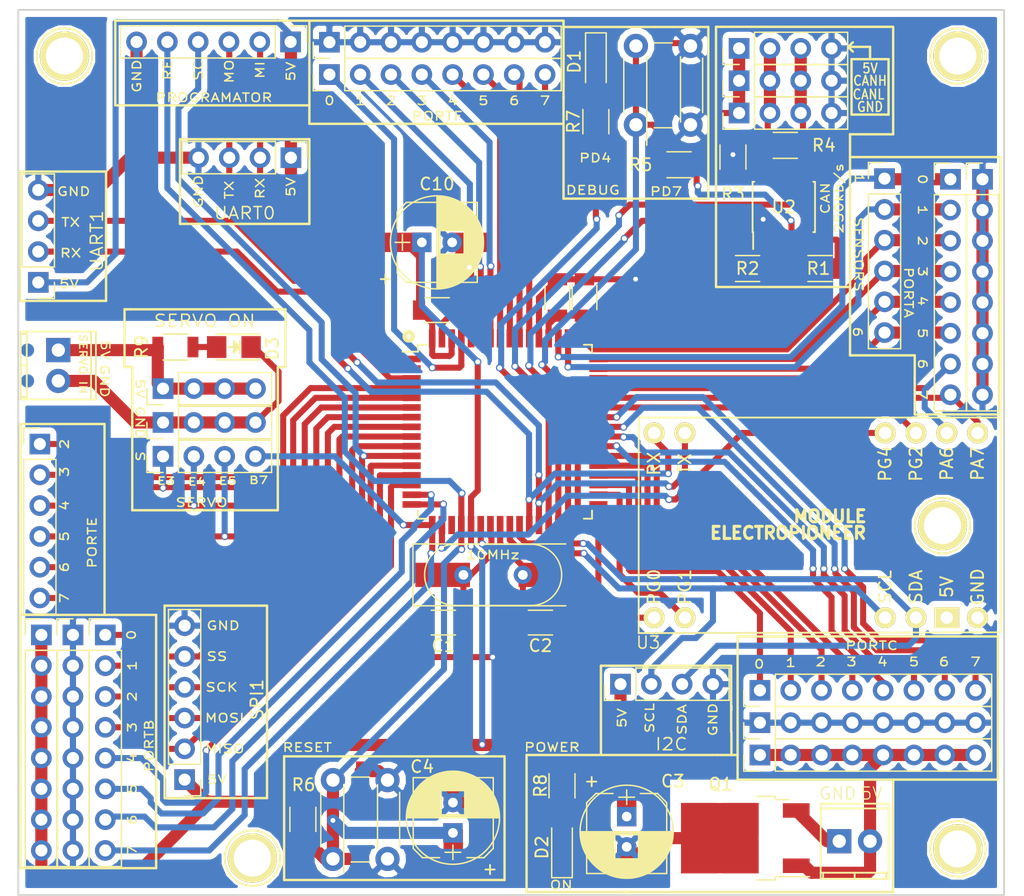
<source format=kicad_pcb>
(kicad_pcb (version 4) (host pcbnew 4.0.2+dfsg1-stable)
  (title_block (title "Main Board") (date 2017-07-01) (rev 0.1) (company Electropioneer))
  (layers (0 F.Cu signal) (31 B.Cu signal) (34 B.Paste user) (35 F.Paste user) (36 B.SilkS user) (37 F.SilkS user) (38 B.Mask user) (39 F.Mask user) (44 Edge.Cuts user))
  (net 0 "")
  (net 1 "Net-(C1-Pad1)")
  (net 2 GND)
  (net 3 "Net-(C2-Pad1)")
  (net 4 +5V)
  (net 5 RESET)
  (net 6 CANH)
  (net 7 CANL)
  (net 8 TXCAN)
  (net 9 RXCAN)
  (net 10 SDA)
  (net 11 SCL)
  (net 12 PA0)
  (net 13 PA1)
  (net 14 PA2)
  (net 15 PA3)
  (net 16 PA4)
  (net 17 PA5)
  (net 18 PA6)
  (net 19 PA7)
  (net 20 PB0)
  (net 21 PB1)
  (net 22 PB2)
  (net 23 PB3)
  (net 24 PB4)
  (net 25 PB5)
  (net 26 PB6)
  (net 27 PB7)
  (net 28 PC0)
  (net 29 PC1)
  (net 30 PC2)
  (net 31 PC3)
  (net 32 PC4)
  (net 33 PC5)
  (net 34 PC6)
  (net 35 PC7)
  (net 36 PE2)
  (net 37 PE3)
  (net 38 PE4)
  (net 39 PE5)
  (net 40 PE6)
  (net 41 PE7)
  (net 42 PE0)
  (net 43 PE1)
  (net 44 PF0)
  (net 45 PF1)
  (net 46 PF2)
  (net 47 PF3)
  (net 48 PF4)
  (net 49 PF5)
  (net 50 PF6)
  (net 51 PF7)
  (net 52 PG0)
  (net 53 PG1)
  (net 54 PD7)
  (net 55 PD4)
  (net 56 RXD1)
  (net 57 TXD1)
  (net 58 "Net-(R3-Pad1)")
  (net 59 "Net-(J1-Pad1)")
  (net 60 +5C)
  (net 61 PG3)
  (net 62 PG2)
  (net 63 "Net-(D3-Pad2)")
  (net 64 "Net-(D2-Pad2)")
  (module Pin_Headers:Pin_Header_Straight_1x08_Pitch2.54mm (layer F.Cu) (at 69.4055 87.884)
    (fp_text reference PB1 hide)
    (fp_text value CONN_01X08 hide)
    (pad 1 thru_hole rect (at 0 0) (size 1.7 1.7) (drill 1) (layers *.Cu *.Mask) (net 20 PB0))
    (pad 2 thru_hole oval (at 0 2.54) (size 1.7 1.7) (drill 1) (layers *.Cu *.Mask) (net 21 PB1))
    (pad 3 thru_hole oval (at 0 5.08) (size 1.7 1.7) (drill 1) (layers *.Cu *.Mask) (net 22 PB2))
    (pad 4 thru_hole oval (at 0 7.62) (size 1.7 1.7) (drill 1) (layers *.Cu *.Mask) (net 23 PB3))
    (pad 5 thru_hole oval (at 0 10.16) (size 1.7 1.7) (drill 1) (layers *.Cu *.Mask) (net 24 PB4))
    (pad 6 thru_hole oval (at 0 12.7) (size 1.7 1.7) (drill 1) (layers *.Cu *.Mask) (net 25 PB5))
    (pad 7 thru_hole oval (at 0 15.24) (size 1.7 1.7) (drill 1) (layers *.Cu *.Mask) (net 26 PB6))
    (pad 8 thru_hole oval (at 0 17.78) (size 1.7 1.7) (drill 1) (layers *.Cu *.Mask) (net 27 PB7))
  )
  (module Pin_Headers:Pin_Header_Straight_1x04_Pitch2.54mm (layer F.Cu) (at 74.168 67.564 90)
    (fp_text reference SERO_5V1 hide)
    (fp_text value CONN_01X04 hide)
    (pad 1 thru_hole rect (at 0 0 90) (size 1.7 1.7) (drill 1) (layers *.Cu *.Mask) (net 60 +5C))
    (pad 2 thru_hole oval (at 0 2.54 90) (size 1.7 1.7) (drill 1) (layers *.Cu *.Mask) (net 60 +5C))
    (pad 3 thru_hole oval (at 0 5.08 90) (size 1.7 1.7) (drill 1) (layers *.Cu *.Mask) (net 60 +5C))
    (pad 4 thru_hole oval (at 0 7.62 90) (size 1.7 1.7) (drill 1) (layers *.Cu *.Mask) (net 60 +5C))
  )
  (module Pin_Headers:Pin_Header_Straight_1x04_Pitch2.54mm (layer F.Cu) (at 63.881 58.801 180)
    (fp_text reference UART1 hide)
    (fp_text value CONN_01X04 hide)
    (pad 1 thru_hole rect (at 0 0 180) (size 1.7 1.7) (drill 1) (layers *.Cu *.Mask) (net 4 +5V))
    (pad 2 thru_hole oval (at 0 2.54 180) (size 1.7 1.7) (drill 1) (layers *.Cu *.Mask) (net 56 RXD1))
    (pad 3 thru_hole oval (at 0 5.08 180) (size 1.7 1.7) (drill 1) (layers *.Cu *.Mask) (net 57 TXD1))
    (pad 4 thru_hole oval (at 0 7.62 180) (size 1.7 1.7) (drill 1) (layers *.Cu *.Mask) (net 2 GND))
  )
  (module Connectors_Terminal_Blocks:TerminalBlock_Pheonix_MPT-2.54mm_2pol (layer F.Cu) (at 65.532 64.389 270)
    (fp_text reference J2 hide)
    (fp_text value "SERVO 5V" hide)
    (pad 2 thru_hole oval (at 2.54 0 270) (size 1.99898 1.99898) (drill 1.09728) (layers *.Cu *.Mask) (net 2 GND))
    (pad 1 thru_hole rect (at 0 0 270) (size 1.99898 1.99898) (drill 1.09728) (layers *.Cu *.Mask) (net 60 +5C))
    (pad "" smd circle (at 0 2.54 270) (size 1.1 1.1) (layers B.Cu F.Paste F.Mask))
    (pad "" smd circle (at 2.54 2.54 270) (size 1.1 1.1) (layers B.Cu F.Paste F.Mask))
  )
  (module EP_Module:EP_Module (layer F.Cu) (at 114.6556 83.9216 90)
    (fp_text reference U3 (at -4.5974 -0.4826 180) (layer F.SilkS) (effects (font (thickness 0.125))))
    (fp_text value EP_MODULE)
    (fp_text user PA7 (at 10.16 26.67 90) (layer F.SilkS))
    (fp_text user PA6 (at 10.16 24.13 90) (layer F.SilkS))
    (fp_text user MODULE (at 5.8166 14.5034 180) (layer F.SilkS) (effects (font (thickness 0.25))))
    (fp_text user "ELECTROPIONEER " (at 4.445 11.43 180) (layer F.SilkS) (effects (font (thickness 0.25))))
    (fp_text user PG4 (at 10.16 19.05 270) (layer F.SilkS))
    (fp_text user RX (at 10.16 0 270) (layer F.SilkS))
    (fp_text user TX (at 10.16 2.54 270) (layer F.SilkS))
    (fp_text user SDA (at 0 21.59 270) (layer F.SilkS))
    (fp_text user SCL (at 0 19.05 270) (layer F.SilkS))
    (fp_text user PG2 (at 10.16 21.59 270) (layer F.SilkS))
    (fp_text user PG1 (at 0 2.54 270) (layer F.SilkS))
    (fp_text user PG0 (at 0 0 270) (layer F.SilkS))
    (fp_text user GND (at 0 26.67 270) (layer F.SilkS))
    (fp_text user 5V (at 0 24.13 270) (layer F.SilkS))
    (pad 12 thru_hole circle (at 12.7 26.67 90) (size 1.7272 1.7272) (drill 1.016) (layers *.Cu *.Mask F.SilkS) (net 19 PA7))
    (pad 11 thru_hole circle (at 12.7 24.13 90) (size 1.7272 1.7272) (drill 1.016) (layers *.Cu *.Mask F.SilkS) (net 18 PA6))
    (pad 10 thru_hole circle (at 12.7 19.05 90) (size 1.7272 1.7272) (drill 1.016) (layers *.Cu *.Mask F.SilkS) (net 61 PG3))
    (pad 9 thru_hole circle (at 12.7 0 90) (size 1.7272 1.7272) (drill 1.016) (layers *.Cu *.Mask F.SilkS) (net 56 RXD1))
    (pad 8 thru_hole circle (at 12.7 2.54 90) (size 1.7272 1.7272) (drill 1.016) (layers *.Cu *.Mask F.SilkS) (net 57 TXD1))
    (pad 7 thru_hole circle (at -2.54 21.59 90) (size 1.7272 1.7272) (drill 1.016) (layers *.Cu *.Mask F.SilkS) (net 10 SDA))
    (pad 6 thru_hole circle (at -2.54 19.05 90) (size 1.7272 1.7272) (drill 1.016) (layers *.Cu *.Mask F.SilkS) (net 11 SCL))
    (pad 1 thru_hole rect (at -2.54 24.13 90) (size 1.7272 2.032) (drill 1.016) (layers *.Cu *.Mask F.SilkS) (net 4 +5V))
    (pad 2 thru_hole circle (at -2.54 26.67 90) (size 1.7272 1.7272) (drill 1.016) (layers *.Cu *.Mask F.SilkS) (net 2 GND))
    (pad 3 thru_hole circle (at -2.54 0 90) (size 1.7272 1.7272) (drill 1.016) (layers *.Cu *.Mask F.SilkS) (net 52 PG0))
    (pad 4 thru_hole circle (at -2.54 2.54 90) (size 1.7272 1.7272) (drill 1.016) (layers *.Cu *.Mask F.SilkS) (net 53 PG1))
    (pad 5 thru_hole circle (at 12.7 21.59 90) (size 1.7272 1.7272) (drill 1.016) (layers *.Cu *.Mask F.SilkS) (net 62 PG2))
  )
  (module Pin_Headers:Pin_Header_Straight_1x04_Pitch2.54mm (layer F.Cu) (at 74.168 70.358 90)
    (fp_text reference SERVO_GND1 hide)
    (fp_text value CONN_01X04 hide)
    (pad 1 thru_hole rect (at 0 0 90) (size 1.7 1.7) (drill 1) (layers *.Cu *.Mask) (net 2 GND))
    (pad 2 thru_hole oval (at 0 2.54 90) (size 1.7 1.7) (drill 1) (layers *.Cu *.Mask) (net 2 GND))
    (pad 3 thru_hole oval (at 0 5.08 90) (size 1.7 1.7) (drill 1) (layers *.Cu *.Mask) (net 2 GND))
    (pad 4 thru_hole oval (at 0 7.62 90) (size 1.7 1.7) (drill 1) (layers *.Cu *.Mask) (net 2 GND))
  )
  (module Pin_Headers:Pin_Header_Straight_1x06_Pitch2.54mm (layer F.Cu) (at 75.946 99.822 180)
    (fp_text reference SPI1 (at -5.969 6.604 270) (layer F.SilkS))
    (fp_text value CONN_01X06 hide)
    (pad 1 thru_hole rect (at 0 0 180) (size 1.7 1.7) (drill 1) (layers *.Cu *.Mask) (net 4 +5V))
    (pad 2 thru_hole oval (at 0 2.54 180) (size 1.7 1.7) (drill 1) (layers *.Cu *.Mask) (net 23 PB3))
    (pad 3 thru_hole oval (at 0 5.08 180) (size 1.7 1.7) (drill 1) (layers *.Cu *.Mask) (net 22 PB2))
    (pad 4 thru_hole oval (at 0 7.62 180) (size 1.7 1.7) (drill 1) (layers *.Cu *.Mask) (net 21 PB1))
    (pad 5 thru_hole oval (at 0 10.16 180) (size 1.7 1.7) (drill 1) (layers *.Cu *.Mask) (net 20 PB0))
    (pad 6 thru_hole oval (at 0 12.7 180) (size 1.7 1.7) (drill 1) (layers *.Cu *.Mask) (net 2 GND))
  )
  (module Connectors_Terminal_Blocks:TerminalBlock_Pheonix_MPT-2.54mm_2pol (layer F.Cu) (at 129.921 104.902)
    (fp_text reference J1 hide)
    (fp_text value Screw_Terminal_1x02 hide)
    (pad 2 thru_hole oval (at 2.54 0) (size 1.99898 1.99898) (drill 1.09728) (layers *.Cu *.Mask) (net 4 +5V))
    (pad 1 thru_hole rect (at 0 0) (size 1.99898 1.99898) (drill 1.09728) (layers *.Cu *.Mask) (net 59 "Net-(J1-Pad1)"))
  )
  (module Crystals:Crystal_HC18-U_Vertical (layer F.Cu) (at 98.933 82.931)
    (fp_text reference Y1 hide)
    (fp_text value Crystal hide)
    (pad 1 thru_hole circle (at 0 0) (size 1.5 1.5) (drill 0.8) (layers *.Cu *.Mask) (net 1 "Net-(C1-Pad1)"))
    (pad 2 thru_hole circle (at 4.9 0) (size 1.5 1.5) (drill 0.8) (layers *.Cu *.Mask) (net 3 "Net-(C2-Pad1)"))
  )
  (module Buttons_Switches_SMD:SW_DIP_x1_W7.62mm_Slide_Copal_CHS-B (layer F.Cu) (at 90.4621 102.9335 90)
    (fp_text reference SW_SMD1 hide)
    (fp_text value RESET_SW hide)
    (pad 1 smd rect (at -3.81 0 90) (size 1.6 0.76) (layers F.Cu F.Mask) (net 5 RESET))
    (pad 2 smd rect (at 3.81 0 90) (size 1.6 0.76) (layers F.Cu F.Mask) (net 2 GND))
  )
  (module Pin_Headers:Pin_Header_Straight_1x08_Pitch2.54mm (layer F.Cu) (at 87.884 38.989 90)
    (fp_text reference PF_GND1 hide)
    (fp_text value CONN_01X08 hide)
    (pad 1 thru_hole rect (at 0 0 90) (size 1.7 1.7) (drill 1) (layers *.Cu *.Mask) (net 2 GND))
    (pad 2 thru_hole oval (at 0 2.54 90) (size 1.7 1.7) (drill 1) (layers *.Cu *.Mask) (net 2 GND))
    (pad 3 thru_hole oval (at 0 5.08 90) (size 1.7 1.7) (drill 1) (layers *.Cu *.Mask) (net 2 GND))
    (pad 4 thru_hole oval (at 0 7.62 90) (size 1.7 1.7) (drill 1) (layers *.Cu *.Mask) (net 2 GND))
    (pad 5 thru_hole oval (at 0 10.16 90) (size 1.7 1.7) (drill 1) (layers *.Cu *.Mask) (net 2 GND))
    (pad 6 thru_hole oval (at 0 12.7 90) (size 1.7 1.7) (drill 1) (layers *.Cu *.Mask) (net 2 GND))
    (pad 7 thru_hole oval (at 0 15.24 90) (size 1.7 1.7) (drill 1) (layers *.Cu *.Mask) (net 2 GND))
    (pad 8 thru_hole oval (at 0 17.78 90) (size 1.7 1.7) (drill 1) (layers *.Cu *.Mask) (net 2 GND))
  )
  (module Crystals:Crystal_SMD_HC49-SD (layer F.Cu) (at 101.473 82.931)
    (fp_text reference Y_SMD1 hide)
    (fp_text value Crystal hide)
    (pad 1 smd rect (at -4.25 0) (size 4.5 2) (layers F.Cu F.Paste F.Mask) (net 1 "Net-(C1-Pad1)"))
    (pad 2 smd rect (at 4.25 0) (size 4.5 2) (layers F.Cu F.Paste F.Mask) (net 3 "Net-(C2-Pad1)"))
  )
  (module Pin_Headers:Pin_Header_Straight_1x04_Pitch2.54mm (layer F.Cu) (at 121.666 39.497 90)
    (fp_text reference CAN1 hide)
    (fp_text value CONN_01X04 hide)
    (pad 1 thru_hole rect (at 0 0 90) (size 1.7 1.7) (drill 1) (layers *.Cu *.Mask) (net 4 +5V))
    (pad 2 thru_hole oval (at 0 2.54 90) (size 1.7 1.7) (drill 1) (layers *.Cu *.Mask) (net 6 CANH))
    (pad 3 thru_hole oval (at 0 5.08 90) (size 1.7 1.7) (drill 1) (layers *.Cu *.Mask) (net 7 CANL))
    (pad 4 thru_hole oval (at 0 7.62 90) (size 1.7 1.7) (drill 1) (layers *.Cu *.Mask) (net 2 GND))
  )
  (module Pin_Headers:Pin_Header_Straight_1x08_Pitch2.54mm (layer F.Cu) (at 141.732 50.292)
    (fp_text reference PA_GND1 hide)
    (fp_text value CONN_01X08 hide)
    (pad 1 thru_hole rect (at 0 0) (size 1.7 1.7) (drill 1) (layers *.Cu *.Mask) (net 2 GND))
    (pad 2 thru_hole oval (at 0 2.54) (size 1.7 1.7) (drill 1) (layers *.Cu *.Mask) (net 2 GND))
    (pad 3 thru_hole oval (at 0 5.08) (size 1.7 1.7) (drill 1) (layers *.Cu *.Mask) (net 2 GND))
    (pad 4 thru_hole oval (at 0 7.62) (size 1.7 1.7) (drill 1) (layers *.Cu *.Mask) (net 2 GND))
    (pad 5 thru_hole oval (at 0 10.16) (size 1.7 1.7) (drill 1) (layers *.Cu *.Mask) (net 2 GND))
    (pad 6 thru_hole oval (at 0 12.7) (size 1.7 1.7) (drill 1) (layers *.Cu *.Mask) (net 2 GND))
    (pad 7 thru_hole oval (at 0 15.24) (size 1.7 1.7) (drill 1) (layers *.Cu *.Mask) (net 2 GND))
    (pad 8 thru_hole oval (at 0 17.78) (size 1.7 1.7) (drill 1) (layers *.Cu *.Mask) (net 2 GND))
  )
  (module Pin_Headers:Pin_Header_Straight_1x04_Pitch2.54mm (layer F.Cu) (at 84.709 48.514 270)
    (fp_text reference UART0 hide)
    (fp_text value CONN_01X04 hide)
    (pad 1 thru_hole rect (at 0 0 270) (size 1.7 1.7) (drill 1) (layers *.Cu *.Mask) (net 4 +5V))
    (pad 2 thru_hole oval (at 0 2.54 270) (size 1.7 1.7) (drill 1) (layers *.Cu *.Mask) (net 42 PE0))
    (pad 3 thru_hole oval (at 0 5.08 270) (size 1.7 1.7) (drill 1) (layers *.Cu *.Mask) (net 43 PE1))
    (pad 4 thru_hole oval (at 0 7.62 270) (size 1.7 1.7) (drill 1) (layers *.Cu *.Mask) (net 2 GND))
  )
  (module Pin_Headers:Pin_Header_Straight_1x08_Pitch2.54mm (layer F.Cu) (at 66.7385 87.884)
    (fp_text reference PB_GND1 hide)
    (fp_text value CONN_01X08 hide)
    (pad 1 thru_hole rect (at 0 0) (size 1.7 1.7) (drill 1) (layers *.Cu *.Mask) (net 2 GND))
    (pad 2 thru_hole oval (at 0 2.54) (size 1.7 1.7) (drill 1) (layers *.Cu *.Mask) (net 2 GND))
    (pad 3 thru_hole oval (at 0 5.08) (size 1.7 1.7) (drill 1) (layers *.Cu *.Mask) (net 2 GND))
    (pad 4 thru_hole oval (at 0 7.62) (size 1.7 1.7) (drill 1) (layers *.Cu *.Mask) (net 2 GND))
    (pad 5 thru_hole oval (at 0 10.16) (size 1.7 1.7) (drill 1) (layers *.Cu *.Mask) (net 2 GND))
    (pad 6 thru_hole oval (at 0 12.7) (size 1.7 1.7) (drill 1) (layers *.Cu *.Mask) (net 2 GND))
    (pad 7 thru_hole oval (at 0 15.24) (size 1.7 1.7) (drill 1) (layers *.Cu *.Mask) (net 2 GND))
    (pad 8 thru_hole oval (at 0 17.78) (size 1.7 1.7) (drill 1) (layers *.Cu *.Mask) (net 2 GND))
  )
  (module Housings_QFP:TQFP-64_14x14mm_Pitch0.8mm (layer F.Cu) (at 102.362 71.12)
    (fp_text reference U1 hide)
    (fp_text value AT90CAN128-16MU hide)
    (pad 1 smd rect (at -7.7 -6) (size 1.5 0.55) (layers F.Cu F.Paste F.Mask))
    (pad 2 smd rect (at -7.7 -5.2) (size 1.5 0.55) (layers F.Cu F.Paste F.Mask) (net 42 PE0))
    (pad 3 smd rect (at -7.7 -4.4) (size 1.5 0.55) (layers F.Cu F.Paste F.Mask) (net 43 PE1))
    (pad 4 smd rect (at -7.7 -3.6) (size 1.5 0.55) (layers F.Cu F.Paste F.Mask) (net 36 PE2))
    (pad 5 smd rect (at -7.7 -2.8) (size 1.5 0.55) (layers F.Cu F.Paste F.Mask) (net 37 PE3))
    (pad 6 smd rect (at -7.7 -2) (size 1.5 0.55) (layers F.Cu F.Paste F.Mask) (net 38 PE4))
    (pad 7 smd rect (at -7.7 -1.2) (size 1.5 0.55) (layers F.Cu F.Paste F.Mask) (net 39 PE5))
    (pad 8 smd rect (at -7.7 -0.4) (size 1.5 0.55) (layers F.Cu F.Paste F.Mask) (net 40 PE6))
    (pad 9 smd rect (at -7.7 0.4) (size 1.5 0.55) (layers F.Cu F.Paste F.Mask) (net 41 PE7))
    (pad 10 smd rect (at -7.7 1.2) (size 1.5 0.55) (layers F.Cu F.Paste F.Mask) (net 20 PB0))
    (pad 11 smd rect (at -7.7 2) (size 1.5 0.55) (layers F.Cu F.Paste F.Mask) (net 21 PB1))
    (pad 12 smd rect (at -7.7 2.8) (size 1.5 0.55) (layers F.Cu F.Paste F.Mask) (net 22 PB2))
    (pad 13 smd rect (at -7.7 3.6) (size 1.5 0.55) (layers F.Cu F.Paste F.Mask) (net 23 PB3))
    (pad 14 smd rect (at -7.7 4.4) (size 1.5 0.55) (layers F.Cu F.Paste F.Mask) (net 24 PB4))
    (pad 15 smd rect (at -7.7 5.2) (size 1.5 0.55) (layers F.Cu F.Paste F.Mask) (net 25 PB5))
    (pad 16 smd rect (at -7.7 6) (size 1.5 0.55) (layers F.Cu F.Paste F.Mask) (net 26 PB6))
    (pad 17 smd rect (at -6 7.7 90) (size 1.5 0.55) (layers F.Cu F.Paste F.Mask) (net 27 PB7))
    (pad 18 smd rect (at -5.2 7.7 90) (size 1.5 0.55) (layers F.Cu F.Paste F.Mask) (net 61 PG3))
    (pad 19 smd rect (at -4.4 7.7 90) (size 1.5 0.55) (layers F.Cu F.Paste F.Mask))
    (pad 20 smd rect (at -3.6 7.7 90) (size 1.5 0.55) (layers F.Cu F.Paste F.Mask) (net 5 RESET))
    (pad 21 smd rect (at -2.8 7.7 90) (size 1.5 0.55) (layers F.Cu F.Paste F.Mask) (net 4 +5V))
    (pad 22 smd rect (at -2 7.7 90) (size 1.5 0.55) (layers F.Cu F.Paste F.Mask) (net 2 GND))
    (pad 23 smd rect (at -1.2 7.7 90) (size 1.5 0.55) (layers F.Cu F.Paste F.Mask) (net 1 "Net-(C1-Pad1)"))
    (pad 24 smd rect (at -0.4 7.7 90) (size 1.5 0.55) (layers F.Cu F.Paste F.Mask) (net 3 "Net-(C2-Pad1)"))
    (pad 25 smd rect (at 0.4 7.7 90) (size 1.5 0.55) (layers F.Cu F.Paste F.Mask) (net 11 SCL))
    (pad 26 smd rect (at 1.2 7.7 90) (size 1.5 0.55) (layers F.Cu F.Paste F.Mask) (net 10 SDA))
    (pad 27 smd rect (at 2 7.7 90) (size 1.5 0.55) (layers F.Cu F.Paste F.Mask) (net 56 RXD1))
    (pad 28 smd rect (at 2.8 7.7 90) (size 1.5 0.55) (layers F.Cu F.Paste F.Mask) (net 57 TXD1))
    (pad 29 smd rect (at 3.6 7.7 90) (size 1.5 0.55) (layers F.Cu F.Paste F.Mask) (net 55 PD4))
    (pad 30 smd rect (at 4.4 7.7 90) (size 1.5 0.55) (layers F.Cu F.Paste F.Mask) (net 8 TXCAN))
    (pad 31 smd rect (at 5.2 7.7 90) (size 1.5 0.55) (layers F.Cu F.Paste F.Mask) (net 9 RXCAN))
    (pad 32 smd rect (at 6 7.7 90) (size 1.5 0.55) (layers F.Cu F.Paste F.Mask) (net 54 PD7))
    (pad 33 smd rect (at 7.7 6) (size 1.5 0.55) (layers F.Cu F.Paste F.Mask) (net 52 PG0))
    (pad 34 smd rect (at 7.7 5.2) (size 1.5 0.55) (layers F.Cu F.Paste F.Mask) (net 53 PG1))
    (pad 35 smd rect (at 7.7 4.4) (size 1.5 0.55) (layers F.Cu F.Paste F.Mask) (net 28 PC0))
    (pad 36 smd rect (at 7.7 3.6) (size 1.5 0.55) (layers F.Cu F.Paste F.Mask) (net 29 PC1))
    (pad 37 smd rect (at 7.7 2.8) (size 1.5 0.55) (layers F.Cu F.Paste F.Mask) (net 30 PC2))
    (pad 38 smd rect (at 7.7 2) (size 1.5 0.55) (layers F.Cu F.Paste F.Mask) (net 31 PC3))
    (pad 39 smd rect (at 7.7 1.2) (size 1.5 0.55) (layers F.Cu F.Paste F.Mask) (net 32 PC4))
    (pad 40 smd rect (at 7.7 0.4) (size 1.5 0.55) (layers F.Cu F.Paste F.Mask) (net 33 PC5))
    (pad 41 smd rect (at 7.7 -0.4) (size 1.5 0.55) (layers F.Cu F.Paste F.Mask) (net 34 PC6))
    (pad 42 smd rect (at 7.7 -1.2) (size 1.5 0.55) (layers F.Cu F.Paste F.Mask) (net 35 PC7))
    (pad 43 smd rect (at 7.7 -2) (size 1.5 0.55) (layers F.Cu F.Paste F.Mask) (net 62 PG2))
    (pad 44 smd rect (at 7.7 -2.8) (size 1.5 0.55) (layers F.Cu F.Paste F.Mask) (net 19 PA7))
    (pad 45 smd rect (at 7.7 -3.6) (size 1.5 0.55) (layers F.Cu F.Paste F.Mask) (net 18 PA6))
    (pad 46 smd rect (at 7.7 -4.4) (size 1.5 0.55) (layers F.Cu F.Paste F.Mask) (net 17 PA5))
    (pad 47 smd rect (at 7.7 -5.2) (size 1.5 0.55) (layers F.Cu F.Paste F.Mask) (net 16 PA4))
    (pad 48 smd rect (at 7.7 -6) (size 1.5 0.55) (layers F.Cu F.Paste F.Mask) (net 15 PA3))
    (pad 49 smd rect (at 6 -7.7 90) (size 1.5 0.55) (layers F.Cu F.Paste F.Mask) (net 14 PA2))
    (pad 50 smd rect (at 5.2 -7.7 90) (size 1.5 0.55) (layers F.Cu F.Paste F.Mask) (net 13 PA1))
    (pad 51 smd rect (at 4.4 -7.7 90) (size 1.5 0.55) (layers F.Cu F.Paste F.Mask) (net 12 PA0))
    (pad 52 smd rect (at 3.6 -7.7 90) (size 1.5 0.55) (layers F.Cu F.Paste F.Mask) (net 4 +5V))
    (pad 53 smd rect (at 2.8 -7.7 90) (size 1.5 0.55) (layers F.Cu F.Paste F.Mask) (net 2 GND))
    (pad 54 smd rect (at 2 -7.7 90) (size 1.5 0.55) (layers F.Cu F.Paste F.Mask) (net 51 PF7))
    (pad 55 smd rect (at 1.2 -7.7 90) (size 1.5 0.55) (layers F.Cu F.Paste F.Mask) (net 50 PF6))
    (pad 56 smd rect (at 0.4 -7.7 90) (size 1.5 0.55) (layers F.Cu F.Paste F.Mask) (net 49 PF5))
    (pad 57 smd rect (at -0.4 -7.7 90) (size 1.5 0.55) (layers F.Cu F.Paste F.Mask) (net 48 PF4))
    (pad 58 smd rect (at -1.2 -7.7 90) (size 1.5 0.55) (layers F.Cu F.Paste F.Mask) (net 47 PF3))
    (pad 59 smd rect (at -2 -7.7 90) (size 1.5 0.55) (layers F.Cu F.Paste F.Mask) (net 46 PF2))
    (pad 60 smd rect (at -2.8 -7.7 90) (size 1.5 0.55) (layers F.Cu F.Paste F.Mask) (net 45 PF1))
    (pad 61 smd rect (at -3.6 -7.7 90) (size 1.5 0.55) (layers F.Cu F.Paste F.Mask) (net 44 PF0))
    (pad 62 smd rect (at -4.4 -7.7 90) (size 1.5 0.55) (layers F.Cu F.Paste F.Mask) (net 4 +5V))
    (pad 63 smd rect (at -5.2 -7.7 90) (size 1.5 0.55) (layers F.Cu F.Paste F.Mask) (net 2 GND))
    (pad 64 smd rect (at -6 -7.7 90) (size 1.5 0.55) (layers F.Cu F.Paste F.Mask) (net 4 +5V))
  )
  (module LEDs:LED_1206 (layer F.Cu) (at 109.855 40.7162 270)
    (fp_text reference D1 (at -0.127 1.778 270) (layer F.SilkS))
    (fp_text value LED hide)
    (pad 2 smd rect (at 1.65 0 90) (size 1.5 1.5) (layers F.Cu F.Paste F.Mask))
    (pad 1 smd rect (at -1.65 0 90) (size 1.5 1.5) (layers F.Cu F.Paste F.Mask))
  )
  (module Resistors_SMD:R_1206 (layer F.Cu) (at 128.3335 57.658)
    (fp_text reference R1 (at -0.127 0 180) (layer F.SilkS))
    (fp_text value 1K hide)
    (pad 1 smd rect (at -1.45 0) (size 0.9 1.7) (layers F.Cu F.Paste F.Mask) (net 4 +5V))
    (pad 2 smd rect (at 1.45 0) (size 0.9 1.7) (layers F.Cu F.Paste F.Mask) (net 8 TXCAN))
  )
  (module Resistors_SMD:R_1206 (layer F.Cu) (at 122.3645 57.658 180)
    (fp_text reference R2 (at 0 0 360) (layer F.SilkS))
    (fp_text value 1K hide)
    (pad 1 smd rect (at -1.45 0 180) (size 0.9 1.7) (layers F.Cu F.Paste F.Mask) (net 4 +5V))
    (pad 2 smd rect (at 1.45 0 180) (size 0.9 1.7) (layers F.Cu F.Paste F.Mask) (net 9 RXCAN))
  )
  (module Resistors_SMD:R_1206 (layer F.Cu) (at 121.158 48.4632 90)
    (fp_text reference R3 (at -3.048 0 360) (layer F.SilkS))
    (fp_text value 10K hide)
    (pad 1 smd rect (at -1.45 0 90) (size 0.9 1.7) (layers F.Cu F.Paste F.Mask) (net 58 "Net-(R3-Pad1)"))
    (pad 2 smd rect (at 1.45 0 90) (size 0.9 1.7) (layers F.Cu F.Paste F.Mask) (net 2 GND))
  )
  (module Resistors_SMD:R_1206 (layer F.Cu) (at 125.476 47.498 180)
    (fp_text reference R4 (at -3.175 0 360) (layer F.SilkS))
    (fp_text value 120 hide)
    (pad 1 smd rect (at -1.45 0 180) (size 0.9 1.7) (layers F.Cu F.Paste F.Mask) (net 7 CANL))
    (pad 2 smd rect (at 1.45 0 180) (size 0.9 1.7) (layers F.Cu F.Paste F.Mask) (net 6 CANH))
  )
  (module Resistors_SMD:R_1206 (layer F.Cu) (at 116.713 49.0982 180)
    (fp_text reference R5 (at 3.175 0 180) (layer F.SilkS))
    (fp_text value 10K hide)
    (pad 1 smd rect (at -1.45 0 180) (size 0.9 1.7) (layers F.Cu F.Paste F.Mask) (net 4 +5V))
    (pad 2 smd rect (at 1.45 0 180) (size 0.9 1.7) (layers F.Cu F.Paste F.Mask) (net 54 PD7))
  )
  (module Resistors_SMD:R_1206 (layer F.Cu) (at 85.6996 103.0986 270)
    (fp_text reference R6 (at -2.8448 -0.0508 360) (layer F.SilkS))
    (fp_text value 10K hide)
    (pad 1 smd rect (at -1.45 0 270) (size 0.9 1.7) (layers F.Cu F.Paste F.Mask) (net 4 +5V))
    (pad 2 smd rect (at 1.45 0 270) (size 0.9 1.7) (layers F.Cu F.Paste F.Mask) (net 5 RESET))
  )
  (module Resistors_SMD:R_1206 (layer F.Cu) (at 109.855 45.5422 90)
    (fp_text reference R7 (at 0 -1.85 90) (layer F.SilkS))
    (fp_text value 1K hide)
    (pad 1 smd rect (at -1.45 0 90) (size 0.9 1.7) (layers F.Cu F.Paste F.Mask) (net 55 PD4))
    (pad 2 smd rect (at 1.45 0 90) (size 0.9 1.7) (layers F.Cu F.Paste F.Mask))
  )
  (module Buttons_Switches_THT:SW_PUSH_6mm (layer F.Cu) (at 113.157 45.7962 90)
    (fp_text reference SW_TH2 hide)
    (fp_text value DEBUG_SW hide)
    (pad 2 thru_hole circle (at 0 4.5 180) (size 2 2) (drill 1.1) (layers *.Cu *.Mask) (net 2 GND))
    (pad 1 thru_hole circle (at 0 0 180) (size 2 2) (drill 1.1) (layers *.Cu *.Mask) (net 54 PD7))
    (pad 2 thru_hole circle (at 6.5 4.5 180) (size 2 2) (drill 1.1) (layers *.Cu *.Mask) (net 2 GND))
    (pad 1 thru_hole circle (at 6.5 0 180) (size 2 2) (drill 1.1) (layers *.Cu *.Mask) (net 54 PD7))
  )
  (module Buttons_Switches_THT:SW_PUSH_6mm (layer F.Cu) (at 88.1761 106.3625 90)
    (fp_text reference SW_TH1 hide)
    (fp_text value RESET_SW hide)
    (pad 2 thru_hole circle (at 0 4.5 180) (size 2 2) (drill 1.1) (layers *.Cu *.Mask) (net 2 GND))
    (pad 1 thru_hole circle (at 0 0 180) (size 2 2) (drill 1.1) (layers *.Cu *.Mask) (net 5 RESET))
    (pad 2 thru_hole circle (at 6.5 4.5 180) (size 2 2) (drill 1.1) (layers *.Cu *.Mask) (net 2 GND))
    (pad 1 thru_hole circle (at 6.5 0 180) (size 2 2) (drill 1.1) (layers *.Cu *.Mask) (net 5 RESET))
  )
  (module Housings_SOIC:SOIC-8_3.9x4.9mm_Pitch1.27mm (layer F.Cu) (at 125.349 52.578 90)
    (fp_text reference U2 (at 0 0 360) (layer F.SilkS))
    (fp_text value MCP2551-I/SN hide)
    (pad 1 smd rect (at -2.7 -1.905 90) (size 1.55 0.6) (layers F.Cu F.Paste F.Mask) (net 9 RXCAN))
    (pad 2 smd rect (at -2.7 -0.635 90) (size 1.55 0.6) (layers F.Cu F.Paste F.Mask) (net 2 GND))
    (pad 3 smd rect (at -2.7 0.635 90) (size 1.55 0.6) (layers F.Cu F.Paste F.Mask) (net 4 +5V))
    (pad 4 smd rect (at -2.7 1.905 90) (size 1.55 0.6) (layers F.Cu F.Paste F.Mask) (net 8 TXCAN))
    (pad 5 smd rect (at 2.7 1.905 90) (size 1.55 0.6) (layers F.Cu F.Paste F.Mask))
    (pad 6 smd rect (at 2.7 0.635 90) (size 1.55 0.6) (layers F.Cu F.Paste F.Mask) (net 7 CANL))
    (pad 7 smd rect (at 2.7 -0.635 90) (size 1.55 0.6) (layers F.Cu F.Paste F.Mask) (net 6 CANH))
    (pad 8 smd rect (at 2.7 -1.905 90) (size 1.55 0.6) (layers F.Cu F.Paste F.Mask) (net 58 "Net-(R3-Pad1)"))
  )
  (module Capacitors_SMD:C_1206 (layer F.Cu) (at 96.774 61.087)
    (fp_text reference C6 hide)
    (fp_text value 100n hide)
    (pad 1 smd rect (at -1.5 0) (size 1 1.6) (layers F.Cu F.Paste F.Mask) (net 4 +5V))
    (pad 2 smd rect (at 1.5 0) (size 1 1.6) (layers F.Cu F.Paste F.Mask) (net 2 GND))
  )
  (module Capacitors_SMD:C_1206 (layer F.Cu) (at 106.68 60.0456 90)
    (fp_text reference C7 hide)
    (fp_text value 100n hide)
    (pad 1 smd rect (at -1.5 0 90) (size 1 1.6) (layers F.Cu F.Paste F.Mask) (net 4 +5V))
    (pad 2 smd rect (at 1.5 0 90) (size 1 1.6) (layers F.Cu F.Paste F.Mask) (net 2 GND))
  )
  (module Capacitors_SMD:C_1206 (layer F.Cu) (at 108.9152 60.0456 90)
    (fp_text reference C8 hide)
    (fp_text value 100n hide)
    (pad 1 smd rect (at -1.5 0 90) (size 1 1.6) (layers F.Cu F.Paste F.Mask) (net 4 +5V))
    (pad 2 smd rect (at 1.5 0 90) (size 1 1.6) (layers F.Cu F.Paste F.Mask) (net 2 GND))
  )
  (module LEDs:LED_1206 (layer F.Cu) (at 107.061 105.41 90)
    (fp_text reference D2 (at 0 -1.651 270) (layer F.SilkS))
    (fp_text value LED hide)
    (pad 2 smd rect (at 1.65 0 270) (size 1.5 1.5) (layers F.Cu F.Paste F.Mask) (net 64 "Net-(D2-Pad2)"))
    (pad 1 smd rect (at -1.65 0 270) (size 1.5 1.5) (layers F.Cu F.Paste F.Mask) (net 2 GND))
  )
  (module Resistors_SMD:R_1206 (layer F.Cu) (at 107.061 100.33 270)
    (fp_text reference R8 (at 0 1.778 270) (layer F.SilkS))
    (fp_text value 1K hide)
    (pad 1 smd rect (at -1.45 0 270) (size 0.9 1.7) (layers F.Cu F.Paste F.Mask) (net 4 +5V))
    (pad 2 smd rect (at 1.45 0 270) (size 0.9 1.7) (layers F.Cu F.Paste F.Mask) (net 64 "Net-(D2-Pad2)"))
  )
  (module Capacitors_SMD:CP_Elec_6.3x4.5 (layer F.Cu) (at 112.395 104.267 270)
    (fp_text reference C3 (at -4.318 -3.81 360) (layer F.SilkS))
    (fp_text value 100u hide)
    (fp_text user + (at -4.28 2.96 270) (layer F.SilkS))
    (pad 1 smd rect (at -2.7 0 90) (size 3.5 1.6) (layers F.Cu F.Paste F.Mask) (net 4 +5V))
    (pad 2 smd rect (at 2.7 0 90) (size 3.5 1.6) (layers F.Cu F.Paste F.Mask) (net 2 GND))
  )
  (module Capacitors_SMD:CP_Elec_6.3x4.5 (layer F.Cu) (at 98.0948 102.9589 90)
    (fp_text reference C4 (at 4.2037 -2.5654 180) (layer F.SilkS))
    (fp_text value 100u hide)
    (fp_text user + (at -4.28 2.96 90) (layer F.SilkS))
    (pad 1 smd rect (at -2.7 0 270) (size 3.5 1.6) (layers F.Cu F.Paste F.Mask) (net 5 RESET))
    (pad 2 smd rect (at 2.7 0 270) (size 3.5 1.6) (layers F.Cu F.Paste F.Mask) (net 2 GND))
  )
  (module Capacitors_SMD:CP_Elec_6.3x4.5 (layer F.Cu) (at 96.774 55.499)
    (fp_text reference C5 hide)
    (fp_text value 100u hide)
    (fp_text user + (at -4.28 2.96) (layer F.SilkS))
    (pad 1 smd rect (at -2.7 0 180) (size 3.5 1.6) (layers F.Cu F.Paste F.Mask) (net 4 +5V))
    (pad 2 smd rect (at 2.7 0 180) (size 3.5 1.6) (layers F.Cu F.Paste F.Mask) (net 2 GND))
  )
  (module Buttons_Switches_SMD:SW_DIP_x1_W7.62mm_Slide_Copal_CHS-B (layer F.Cu) (at 115.443 42.8752 90)
    (fp_text reference SW_SMD2 hide)
    (fp_text value DEBUG_SW hide)
    (pad 1 smd rect (at -3.81 0 90) (size 1.6 0.76) (layers F.Cu F.Mask) (net 54 PD7))
    (pad 2 smd rect (at 3.81 0 90) (size 1.6 0.76) (layers F.Cu F.Mask) (net 2 GND))
  )
  (module Capacitors_THT:CP_Radial_D7.5mm_P2.50mm (layer F.Cu) (at 112.395 102.87 270)
    (fp_text reference C9 hide)
    (fp_text value 100u hide)
    (pad 1 thru_hole rect (at 0 0 270) (size 1.6 1.6) (drill 0.8) (layers *.Cu *.Mask) (net 4 +5V))
    (pad 2 thru_hole circle (at 2.5 0 270) (size 1.6 1.6) (drill 0.8) (layers *.Cu *.Mask) (net 2 GND))
  )
  (module Capacitors_THT:CP_Radial_D7.5mm_P2.50mm (layer F.Cu) (at 95.504 55.499)
    (fp_text reference C10 (at 1.25 -4.81) (layer F.SilkS))
    (fp_text value 100u hide)
    (pad 1 thru_hole rect (at 0 0) (size 1.6 1.6) (drill 0.8) (layers *.Cu *.Mask) (net 4 +5V))
    (pad 2 thru_hole circle (at 2.5 0) (size 1.6 1.6) (drill 0.8) (layers *.Cu *.Mask) (net 2 GND))
  )
  (module Capacitors_THT:CP_Radial_D7.5mm_P2.50mm (layer F.Cu) (at 98.0694 104.2162 90)
    (fp_text reference C11 hide)
    (fp_text value 100u hide)
    (pad 1 thru_hole rect (at 0 0 90) (size 1.6 1.6) (drill 0.8) (layers *.Cu *.Mask) (net 5 RESET))
    (pad 2 thru_hole circle (at 2.5 0 90) (size 1.6 1.6) (drill 0.8) (layers *.Cu *.Mask) (net 2 GND))
  )
  (module Capacitors_SMD:C_1206 (layer F.Cu) (at 97.282 86.868 180)
    (fp_text reference C1 (at 0 -1.905 180) (layer F.SilkS))
    (fp_text value 33pF hide)
    (pad 1 smd rect (at -1.5 0 180) (size 1 1.6) (layers F.Cu F.Paste F.Mask) (net 1 "Net-(C1-Pad1)"))
    (pad 2 smd rect (at 1.5 0 180) (size 1 1.6) (layers F.Cu F.Paste F.Mask) (net 2 GND))
  )
  (module Capacitors_SMD:C_1206 (layer F.Cu) (at 105.283 86.868)
    (fp_text reference C2 (at 0 1.905) (layer F.SilkS))
    (fp_text value 33pF hide)
    (pad 1 smd rect (at -1.5 0) (size 1 1.6) (layers F.Cu F.Paste F.Mask) (net 3 "Net-(C2-Pad1)"))
    (pad 2 smd rect (at 1.5 0) (size 1 1.6) (layers F.Cu F.Paste F.Mask) (net 2 GND))
  )
  (module Pin_Headers:Pin_Header_Straight_1x04_Pitch2.54mm (layer F.Cu) (at 121.666 42.164 90)
    (fp_text reference CAN2 hide)
    (fp_text value CONN_01X04 hide)
    (pad 1 thru_hole rect (at 0 0 90) (size 1.7 1.7) (drill 1) (layers *.Cu *.Mask) (net 4 +5V))
    (pad 2 thru_hole oval (at 0 2.54 90) (size 1.7 1.7) (drill 1) (layers *.Cu *.Mask) (net 6 CANH))
    (pad 3 thru_hole oval (at 0 5.08 90) (size 1.7 1.7) (drill 1) (layers *.Cu *.Mask) (net 7 CANL))
    (pad 4 thru_hole oval (at 0 7.62 90) (size 1.7 1.7) (drill 1) (layers *.Cu *.Mask) (net 2 GND))
  )
  (module Pin_Headers:Pin_Header_Straight_1x04_Pitch2.54mm (layer F.Cu) (at 121.666 44.831 90)
    (fp_text reference CAN4 hide)
    (fp_text value CONN_01X04 hide)
    (pad 1 thru_hole rect (at 0 0 90) (size 1.7 1.7) (drill 1) (layers *.Cu *.Mask) (net 4 +5V))
    (pad 2 thru_hole oval (at 0 2.54 90) (size 1.7 1.7) (drill 1) (layers *.Cu *.Mask) (net 6 CANH))
    (pad 3 thru_hole oval (at 0 5.08 90) (size 1.7 1.7) (drill 1) (layers *.Cu *.Mask) (net 7 CANL))
    (pad 4 thru_hole oval (at 0 7.62 90) (size 1.7 1.7) (drill 1) (layers *.Cu *.Mask) (net 2 GND))
  )
  (module Pin_Headers:Pin_Header_Straight_1x04_Pitch2.54mm (layer F.Cu) (at 111.887 91.948 90)
    (fp_text reference I2C1 hide)
    (fp_text value CONN_01X04 hide)
    (pad 1 thru_hole rect (at 0 0 90) (size 1.7 1.7) (drill 1) (layers *.Cu *.Mask) (net 4 +5V))
    (pad 2 thru_hole oval (at 0 2.54 90) (size 1.7 1.7) (drill 1) (layers *.Cu *.Mask) (net 11 SCL))
    (pad 3 thru_hole oval (at 0 5.08 90) (size 1.7 1.7) (drill 1) (layers *.Cu *.Mask) (net 10 SDA))
    (pad 4 thru_hole oval (at 0 7.62 90) (size 1.7 1.7) (drill 1) (layers *.Cu *.Mask) (net 2 GND))
  )
  (module Pin_Headers:Pin_Header_Straight_1x08_Pitch2.54mm (layer F.Cu) (at 139.0904 50.292)
    (fp_text reference PA1 hide)
    (fp_text value CONN_01X08 hide)
    (pad 1 thru_hole rect (at 0 0) (size 1.7 1.7) (drill 1) (layers *.Cu *.Mask) (net 12 PA0))
    (pad 2 thru_hole oval (at 0 2.54) (size 1.7 1.7) (drill 1) (layers *.Cu *.Mask) (net 13 PA1))
    (pad 3 thru_hole oval (at 0 5.08) (size 1.7 1.7) (drill 1) (layers *.Cu *.Mask) (net 14 PA2))
    (pad 4 thru_hole oval (at 0 7.62) (size 1.7 1.7) (drill 1) (layers *.Cu *.Mask) (net 15 PA3))
    (pad 5 thru_hole oval (at 0 10.16) (size 1.7 1.7) (drill 1) (layers *.Cu *.Mask) (net 16 PA4))
    (pad 6 thru_hole oval (at 0 12.7) (size 1.7 1.7) (drill 1) (layers *.Cu *.Mask) (net 17 PA5))
    (pad 7 thru_hole oval (at 0 15.24) (size 1.7 1.7) (drill 1) (layers *.Cu *.Mask) (net 18 PA6))
    (pad 8 thru_hole oval (at 0 17.78) (size 1.7 1.7) (drill 1) (layers *.Cu *.Mask) (net 19 PA7))
  )
  (module Pin_Headers:Pin_Header_Straight_1x08_Pitch2.54mm (layer F.Cu) (at 64.135 87.884)
    (fp_text reference PB_VCC1 hide)
    (fp_text value CONN_01X08 hide)
    (pad 1 thru_hole rect (at 0 0) (size 1.7 1.7) (drill 1) (layers *.Cu *.Mask) (net 4 +5V))
    (pad 2 thru_hole oval (at 0 2.54) (size 1.7 1.7) (drill 1) (layers *.Cu *.Mask) (net 4 +5V))
    (pad 3 thru_hole oval (at 0 5.08) (size 1.7 1.7) (drill 1) (layers *.Cu *.Mask) (net 4 +5V))
    (pad 4 thru_hole oval (at 0 7.62) (size 1.7 1.7) (drill 1) (layers *.Cu *.Mask) (net 4 +5V))
    (pad 5 thru_hole oval (at 0 10.16) (size 1.7 1.7) (drill 1) (layers *.Cu *.Mask) (net 4 +5V))
    (pad 6 thru_hole oval (at 0 12.7) (size 1.7 1.7) (drill 1) (layers *.Cu *.Mask) (net 4 +5V))
    (pad 7 thru_hole oval (at 0 15.24) (size 1.7 1.7) (drill 1) (layers *.Cu *.Mask) (net 4 +5V))
    (pad 8 thru_hole oval (at 0 17.78) (size 1.7 1.7) (drill 1) (layers *.Cu *.Mask) (net 4 +5V))
  )
  (module Pin_Headers:Pin_Header_Straight_1x08_Pitch2.54mm (layer F.Cu) (at 123.3805 92.456 90)
    (fp_text reference PC1 hide)
    (fp_text value CONN_01X08 hide)
    (pad 1 thru_hole rect (at 0 0 90) (size 1.7 1.7) (drill 1) (layers *.Cu *.Mask) (net 28 PC0))
    (pad 2 thru_hole oval (at 0 2.54 90) (size 1.7 1.7) (drill 1) (layers *.Cu *.Mask) (net 29 PC1))
    (pad 3 thru_hole oval (at 0 5.08 90) (size 1.7 1.7) (drill 1) (layers *.Cu *.Mask) (net 30 PC2))
    (pad 4 thru_hole oval (at 0 7.62 90) (size 1.7 1.7) (drill 1) (layers *.Cu *.Mask) (net 31 PC3))
    (pad 5 thru_hole oval (at 0 10.16 90) (size 1.7 1.7) (drill 1) (layers *.Cu *.Mask) (net 32 PC4))
    (pad 6 thru_hole oval (at 0 12.7 90) (size 1.7 1.7) (drill 1) (layers *.Cu *.Mask) (net 33 PC5))
    (pad 7 thru_hole oval (at 0 15.24 90) (size 1.7 1.7) (drill 1) (layers *.Cu *.Mask) (net 34 PC6))
    (pad 8 thru_hole oval (at 0 17.78 90) (size 1.7 1.7) (drill 1) (layers *.Cu *.Mask) (net 35 PC7))
  )
  (module Pin_Headers:Pin_Header_Straight_1x08_Pitch2.54mm (layer F.Cu) (at 123.3805 95.123 90)
    (fp_text reference PC_GND1 hide)
    (fp_text value CONN_01X08 hide)
    (pad 1 thru_hole rect (at 0 0 90) (size 1.7 1.7) (drill 1) (layers *.Cu *.Mask) (net 2 GND))
    (pad 2 thru_hole oval (at 0 2.54 90) (size 1.7 1.7) (drill 1) (layers *.Cu *.Mask) (net 2 GND))
    (pad 3 thru_hole oval (at 0 5.08 90) (size 1.7 1.7) (drill 1) (layers *.Cu *.Mask) (net 2 GND))
    (pad 4 thru_hole oval (at 0 7.62 90) (size 1.7 1.7) (drill 1) (layers *.Cu *.Mask) (net 2 GND))
    (pad 5 thru_hole oval (at 0 10.16 90) (size 1.7 1.7) (drill 1) (layers *.Cu *.Mask) (net 2 GND))
    (pad 6 thru_hole oval (at 0 12.7 90) (size 1.7 1.7) (drill 1) (layers *.Cu *.Mask) (net 2 GND))
    (pad 7 thru_hole oval (at 0 15.24 90) (size 1.7 1.7) (drill 1) (layers *.Cu *.Mask) (net 2 GND))
    (pad 8 thru_hole oval (at 0 17.78 90) (size 1.7 1.7) (drill 1) (layers *.Cu *.Mask) (net 2 GND))
  )
  (module Pin_Headers:Pin_Header_Straight_1x06_Pitch2.54mm (layer F.Cu) (at 64.008 72.136)
    (fp_text reference PE1 hide)
    (fp_text value CONN_01X06 hide)
    (pad 1 thru_hole rect (at 0 0) (size 1.7 1.7) (drill 1) (layers *.Cu *.Mask) (net 36 PE2))
    (pad 2 thru_hole oval (at 0 2.54) (size 1.7 1.7) (drill 1) (layers *.Cu *.Mask) (net 37 PE3))
    (pad 3 thru_hole oval (at 0 5.08) (size 1.7 1.7) (drill 1) (layers *.Cu *.Mask) (net 38 PE4))
    (pad 4 thru_hole oval (at 0 7.62) (size 1.7 1.7) (drill 1) (layers *.Cu *.Mask) (net 39 PE5))
    (pad 5 thru_hole oval (at 0 10.16) (size 1.7 1.7) (drill 1) (layers *.Cu *.Mask) (net 40 PE6))
    (pad 6 thru_hole oval (at 0 12.7) (size 1.7 1.7) (drill 1) (layers *.Cu *.Mask) (net 41 PE7))
  )
  (module Pin_Headers:Pin_Header_Straight_1x06_Pitch2.54mm (layer F.Cu) (at 84.6836 38.9636 270)
    (fp_text reference PE_GND2 hide)
    (fp_text value CONN_01X06 hide)
    (pad 1 thru_hole rect (at 0 0 270) (size 1.7 1.7) (drill 1) (layers *.Cu *.Mask) (net 4 +5V))
    (pad 2 thru_hole oval (at 0 2.54 270) (size 1.7 1.7) (drill 1) (layers *.Cu *.Mask) (net 42 PE0))
    (pad 3 thru_hole oval (at 0 5.08 270) (size 1.7 1.7) (drill 1) (layers *.Cu *.Mask) (net 43 PE1))
    (pad 4 thru_hole oval (at 0 7.62 270) (size 1.7 1.7) (drill 1) (layers *.Cu *.Mask) (net 21 PB1))
    (pad 5 thru_hole oval (at 0 10.16 270) (size 1.7 1.7) (drill 1) (layers *.Cu *.Mask) (net 5 RESET))
    (pad 6 thru_hole oval (at 0 12.7 270) (size 1.7 1.7) (drill 1) (layers *.Cu *.Mask) (net 2 GND))
  )
  (module Pin_Headers:Pin_Header_Straight_1x08_Pitch2.54mm (layer F.Cu) (at 87.884 41.656 90)
    (fp_text reference PF1 hide)
    (fp_text value CONN_01X08 hide)
    (pad 1 thru_hole rect (at 0 0 90) (size 1.7 1.7) (drill 1) (layers *.Cu *.Mask) (net 44 PF0))
    (pad 2 thru_hole oval (at 0 2.54 90) (size 1.7 1.7) (drill 1) (layers *.Cu *.Mask) (net 45 PF1))
    (pad 3 thru_hole oval (at 0 5.08 90) (size 1.7 1.7) (drill 1) (layers *.Cu *.Mask) (net 46 PF2))
    (pad 4 thru_hole oval (at 0 7.62 90) (size 1.7 1.7) (drill 1) (layers *.Cu *.Mask) (net 47 PF3))
    (pad 5 thru_hole oval (at 0 10.16 90) (size 1.7 1.7) (drill 1) (layers *.Cu *.Mask) (net 48 PF4))
    (pad 6 thru_hole oval (at 0 12.7 90) (size 1.7 1.7) (drill 1) (layers *.Cu *.Mask) (net 49 PF5))
    (pad 7 thru_hole oval (at 0 15.24 90) (size 1.7 1.7) (drill 1) (layers *.Cu *.Mask) (net 50 PF6))
    (pad 8 thru_hole oval (at 0 17.78 90) (size 1.7 1.7) (drill 1) (layers *.Cu *.Mask) (net 51 PF7))
  )
  (module Pin_Headers:Pin_Header_Straight_1x06_Pitch2.54mm (layer F.Cu) (at 133.6548 50.2412)
    (fp_text reference SENSOR1 hide)
    (fp_text value CONN_01X06 hide)
    (pad 1 thru_hole rect (at 0 0) (size 1.7 1.7) (drill 1) (layers *.Cu *.Mask) (net 12 PA0))
    (pad 2 thru_hole oval (at 0 2.54) (size 1.7 1.7) (drill 1) (layers *.Cu *.Mask) (net 13 PA1))
    (pad 3 thru_hole oval (at 0 5.08) (size 1.7 1.7) (drill 1) (layers *.Cu *.Mask) (net 14 PA2))
    (pad 4 thru_hole oval (at 0 7.62) (size 1.7 1.7) (drill 1) (layers *.Cu *.Mask) (net 15 PA3))
    (pad 5 thru_hole oval (at 0 10.16) (size 1.7 1.7) (drill 1) (layers *.Cu *.Mask) (net 16 PA4))
    (pad 6 thru_hole oval (at 0 12.7) (size 1.7 1.7) (drill 1) (layers *.Cu *.Mask) (net 17 PA5))
  )
  (module Pin_Headers:Pin_Header_Straight_1x04_Pitch2.54mm (layer F.Cu) (at 74.168 73.152 90)
    (fp_text reference SERVO1 hide)
    (fp_text value CONN_01X04 hide)
    (pad 1 thru_hole rect (at 0 0 90) (size 1.7 1.7) (drill 1) (layers *.Cu *.Mask) (net 37 PE3))
    (pad 2 thru_hole oval (at 0 2.54 90) (size 1.7 1.7) (drill 1) (layers *.Cu *.Mask) (net 38 PE4))
    (pad 3 thru_hole oval (at 0 5.08 90) (size 1.7 1.7) (drill 1) (layers *.Cu *.Mask) (net 39 PE5))
    (pad 4 thru_hole oval (at 0 7.62 90) (size 1.7 1.7) (drill 1) (layers *.Cu *.Mask) (net 27 PB7))
  )
  (module TO_SOT_Packages_SMD:TO-252-2 (layer F.Cu) (at 122.174 104.648 180)
    (fp_text reference Q1 (at 2.032 4.445 180) (layer F.SilkS))
    (fp_text value IRLR024NPBF hide)
    (pad 1 smd rect (at -4.2 -2.28 180) (size 2.2 1.2) (layers F.Cu F.Paste F.Mask) (net 4 +5V))
    (pad 3 smd rect (at -4.2 2.28 180) (size 2.2 1.2) (layers F.Cu F.Paste F.Mask) (net 59 "Net-(J1-Pad1)"))
    (pad 2 smd rect (at 2.1 0 180) (size 6.4 5.8) (layers F.Cu F.Mask) (net 2 GND))
    (pad 2 smd rect (at 3.775 1.525 180) (size 3.05 2.75) (layers F.Cu F.Paste) (net 2 GND))
    (pad 2 smd rect (at 0.425 -1.525 180) (size 3.05 2.75) (layers F.Cu F.Paste) (net 2 GND))
    (pad 2 smd rect (at 3.775 -1.525 180) (size 3.05 2.75) (layers F.Cu F.Paste) (net 2 GND))
    (pad 2 smd rect (at 0.425 1.525 180) (size 3.05 2.75) (layers F.Cu F.Paste) (net 2 GND))
  )
  (module Pin_Headers:Pin_Header_Straight_1x08_Pitch2.54mm (layer F.Cu) (at 123.3805 97.79 90)
    (fp_text reference PC_VCC1 hide)
    (fp_text value CONN_01X08 hide)
    (pad 1 thru_hole rect (at 0 0 90) (size 1.7 1.7) (drill 1) (layers *.Cu *.Mask) (net 4 +5V))
    (pad 2 thru_hole oval (at 0 2.54 90) (size 1.7 1.7) (drill 1) (layers *.Cu *.Mask) (net 4 +5V))
    (pad 3 thru_hole oval (at 0 5.08 90) (size 1.7 1.7) (drill 1) (layers *.Cu *.Mask) (net 4 +5V))
    (pad 4 thru_hole oval (at 0 7.62 90) (size 1.7 1.7) (drill 1) (layers *.Cu *.Mask) (net 4 +5V))
    (pad 5 thru_hole oval (at 0 10.16 90) (size 1.7 1.7) (drill 1) (layers *.Cu *.Mask) (net 4 +5V))
    (pad 6 thru_hole oval (at 0 12.7 90) (size 1.7 1.7) (drill 1) (layers *.Cu *.Mask) (net 4 +5V))
    (pad 7 thru_hole oval (at 0 15.24 90) (size 1.7 1.7) (drill 1) (layers *.Cu *.Mask) (net 4 +5V))
    (pad 8 thru_hole oval (at 0 17.78 90) (size 1.7 1.7) (drill 1) (layers *.Cu *.Mask) (net 4 +5V))
  )
  (module LEDs:LED_1206 (layer F.Cu) (at 80.01 64.135 180)
    (fp_text reference D3 (at -3.175 -0.127 270) (layer F.SilkS))
    (fp_text value LED hide)
    (pad 2 smd rect (at 1.41986 0) (size 1.59766 1.80086) (layers F.Cu F.Paste F.Mask) (net 63 "Net-(D3-Pad2)"))
    (pad 1 smd rect (at -1.41986 0) (size 1.59766 1.80086) (layers F.Cu F.Paste F.Mask) (net 2 GND))
  )
  (module Resistors_SMD:R_1206 (layer F.Cu) (at 75.184 64.135)
    (fp_text reference R9 (at -2.794 0 90) (layer F.SilkS))
    (fp_text value 1K hide)
    (pad 1 smd rect (at -1.45 0) (size 0.9 1.7) (layers F.Cu F.Paste F.Mask) (net 60 +5C))
    (pad 2 smd rect (at 1.45 0) (size 0.9 1.7) (layers F.Cu F.Paste F.Mask) (net 63 "Net-(D3-Pad2)"))
  )
  (module Connect:1pin (layer F.Cu) (at 139.7 40.132)
    (fp_text reference REF** hide)
    (fp_text value 1pin hide)
    (pad 1 thru_hole circle (at 0 0) (size 4.064 4.064) (drill 3.048) (layers *.Cu *.Mask F.SilkS))
  )
  (module Connect:1pin (layer F.Cu) (at 66.04 40.132)
    (fp_text reference eREF** hide)
    (fp_text value 1pin hide)
    (pad 1 thru_hole circle (at 0 0) (size 4.064 4.064) (drill 3.048) (layers *.Cu *.Mask F.SilkS))
  )
  (module Connect:1pin (layer F.Cu) (at 138.43 78.867)
    (fp_text reference REF** hide)
    (fp_text value 1pin hide)
    (pad 1 thru_hole circle (at 0 0) (size 4.064 4.064) (drill 3.048) (layers *.Cu *.Mask F.SilkS))
  )
  (module Connect:1pin (layer F.Cu) (at 139.7 105.537)
    (fp_text reference REF** hide)
    (fp_text value 1pin hide)
    (pad 1 thru_hole circle (at 0 0) (size 4.064 4.064) (drill 3.048) (layers *.Cu *.Mask F.SilkS))
  )
  (module Connect:1pin (layer F.Cu) (at 81.534 106.299)
    (fp_text reference REF** hide)
    (fp_text value 1pin hide)
    (pad 1 thru_hole circle (at 0 0) (size 4.064 4.064) (drill 3.048) (layers *.Cu *.Mask F.SilkS))
  )
  (gr_line (start 110.2741 97.7773) (end 110.2487 97.7773) (angle 90) (layer F.SilkS) (width 0.2))
  (gr_line (start 110.2741 95.9104) (end 110.2741 97.7773) (angle 90) (layer F.SilkS) (width 0.2))
  (gr_line (start 121.031 97.79) (end 120.9675 97.79) (angle 90) (layer F.SilkS) (width 0.2))
  (gr_line (start 121.031 95.885) (end 121.031 97.79) (angle 90) (layer F.SilkS) (width 0.2))
  (gr_line (start 110.2741 90.424) (end 121.0056 90.424) (angle 90) (layer F.SilkS) (width 0.2))
  (gr_line (start 121.031 93.726) (end 121.031 94.107) (angle 90) (layer F.SilkS) (width 0.2))
  (gr_line (start 110.27156 95.88246) (end 110.27156 90.42146) (angle 90) (layer F.SilkS) (width 0.2))
  (gr_line (start 121.0056 90.424) (end 121.0056 95.885) (angle 90) (layer F.SilkS) (width 0.2))
  (gr_line (start 71.628 65.786) (end 70.993 65.786) (angle 90) (layer F.SilkS) (width 0.2))
  (gr_line (start 84.2645 65.786) (end 83.693 65.786) (angle 90) (layer F.SilkS) (width 0.2))
  (gr_line (start 70.993 61.0235) (end 70.993 65.786) (angle 90) (layer F.SilkS) (width 0.2))
  (gr_line (start 71.1835 61.0235) (end 70.993 61.0235) (angle 90) (layer F.SilkS) (width 0.2))
  (gr_line (start 71.4375 61.0235) (end 71.1835 61.0235) (angle 90) (layer F.SilkS) (width 0.2))
  (gr_line (start 84.2645 61.0235) (end 71.4375 61.0235) (angle 90) (layer F.SilkS) (width 0.2))
  (gr_line (start 84.2645 65.786) (end 84.2645 61.0235) (angle 90) (layer F.SilkS) (width 0.2))
  (gr_text "SERVO ON\n" (at 77.597 61.976) (layer F.SilkS) (effects (font (size 1 1.1) (thickness 0.125))))
  (gr_line (start 62.357 49.657) (end 62.357 57.15) (angle 90) (layer F.SilkS) (width 0.2))
  (gr_line (start 69.469 49.657) (end 62.357 49.657) (angle 90) (layer F.SilkS) (width 0.2))
  (gr_line (start 69.469 60.325) (end 69.469 49.657) (angle 90) (layer F.SilkS) (width 0.2))
  (gr_line (start 62.357 60.325) (end 69.469 60.325) (angle 90) (layer F.SilkS) (width 0.2))
  (gr_line (start 62.357 57.15) (end 62.357 60.325) (angle 90) (layer F.SilkS) (width 0.2))
  (gr_line (start 143.002 88.011) (end 121.539 88.011) (angle 90) (layer F.SilkS) (width 0.2))
  (gr_text "SERVO IN\n" (at 67.564 65.532 270) (layer F.SilkS) (effects (font (size 0.6 0.7) (thickness 0.125))))
  (gr_text ON (at 106.9975 108.5215) (layer F.SilkS) (effects (font (size 0.7 0.9) (thickness 0.125))))
  (gr_line (start 119.888 97.79) (end 121.539 97.79) (angle 90) (layer F.SilkS) (width 0.2))
  (gr_line (start 121.539 88.265) (end 121.539 88.011) (angle 90) (layer F.SilkS) (width 0.2))
  (gr_line (start 121.539 99.822) (end 121.539 88.265) (angle 90) (layer F.SilkS) (width 0.2))
  (gr_line (start 134.366 99.822) (end 121.539 99.822) (angle 90) (layer F.SilkS) (width 0.2))
  (gr_line (start 62.23 109.347) (end 62.23 36.322) (angle 90) (layer Edge.Cuts) (width 0.15))
  (gr_line (start 143.51 109.347) (end 62.23 109.347) (angle 90) (layer Edge.Cuts) (width 0.15))
  (gr_line (start 143.51 36.322) (end 143.51 109.347) (angle 90) (layer Edge.Cuts) (width 0.15))
  (gr_line (start 62.23 36.322) (end 143.51 36.322) (angle 90) (layer Edge.Cuts) (width 0.15))
  (gr_line (start 143.002 99.822) (end 134.366 99.822) (angle 90) (layer F.SilkS) (width 0.2))
  (gr_line (start 143.002 88.011) (end 143.002 99.822) (angle 90) (layer F.SilkS) (width 0.2))
  (gr_text PORTC (at 132.588 88.773) (layer F.SilkS) (effects (font (size 0.7 0.9) (thickness 0.125))))
  (gr_line (start 104.14 97.79) (end 119.888 97.79) (angle 90) (layer F.SilkS) (width 0.2))
  (gr_line (start 104.14 109.093) (end 104.14 97.79) (angle 90) (layer F.SilkS) (width 0.2))
  (gr_line (start 134.366 99.822) (end 134.366 100.076) (angle 90) (layer F.SilkS) (width 0.2))
  (gr_text "7\n" (at 141.1605 90.1065) (layer F.SilkS) (effects (font (size 0.7 0.9) (thickness 0.125))))
  (gr_text "6\n" (at 138.557 90.1065) (layer F.SilkS) (effects (font (size 0.7 0.9) (thickness 0.125))))
  (gr_text "5\n" (at 136.0805 90.1065) (layer F.SilkS) (effects (font (size 0.7 0.9) (thickness 0.125))))
  (gr_text "4\n" (at 133.477 90.1065) (layer F.SilkS) (effects (font (size 0.7 0.9) (thickness 0.125))))
  (gr_text "3\n" (at 130.937 90.1065) (layer F.SilkS) (effects (font (size 0.7 0.9) (thickness 0.125))))
  (gr_text "2\n\n" (at 128.397 90.678) (layer F.SilkS) (effects (font (size 0.7 0.9) (thickness 0.125))))
  (gr_text "1\n" (at 125.9205 90.17) (layer F.SilkS) (effects (font (size 0.7 0.9) (thickness 0.125))))
  (gr_text "0\n" (at 123.317 90.297) (layer F.SilkS) (effects (font (size 0.7 0.9) (thickness 0.125))))
  (gr_line (start 104.14 109.093) (end 112.649 109.093) (angle 90) (layer F.SilkS) (width 0.2))
  (gr_line (start 134.366 109.093) (end 134.366 99.822) (angle 90) (layer F.SilkS) (width 0.2))
  (gr_line (start 112.141 109.093) (end 134.366 109.093) (angle 90) (layer F.SilkS) (width 0.2))
  (gr_line (start 130.81 64.8208) (end 130.81 59.1312) (angle 90) (layer F.SilkS) (width 0.2))
  (gr_line (start 130.9116 64.8208) (end 130.81 64.8208) (angle 90) (layer F.SilkS) (width 0.2))
  (gr_line (start 136.144 64.8208) (end 130.9116 64.8208) (angle 90) (layer F.SilkS) (width 0.2))
  (gr_line (start 136.144 69.6976) (end 136.144 64.8208) (angle 90) (layer F.SilkS) (width 0.2))
  (gr_line (start 143.2052 69.6976) (end 136.144 69.6976) (angle 90) (layer F.SilkS) (width 0.2))
  (gr_line (start 143.2052 48.4632) (end 143.2052 69.6976) (angle 90) (layer F.SilkS) (width 0.2))
  (gr_line (start 130.81 48.4632) (end 143.2052 48.4632) (angle 90) (layer F.SilkS) (width 0.2))
  (gr_line (start 134.366 46.5836) (end 134.366 37.7444) (angle 90) (layer F.SilkS) (width 0.2))
  (gr_line (start 130.81 46.5836) (end 134.366 46.5836) (angle 90) (layer F.SilkS) (width 0.2))
  (gr_line (start 130.81 59.182) (end 130.81 46.5836) (angle 90) (layer F.SilkS) (width 0.2))
  (gr_line (start 119.7864 59.182) (end 130.81 59.182) (angle 90) (layer F.SilkS) (width 0.2))
  (gr_text "5V\n\n" (at 68.834 64.389 270) (layer F.SilkS) (effects (font (size 0.7 0.9) (thickness 0.125))))
  (gr_text "GND\n" (at 69.342 66.929 270) (layer F.SilkS) (effects (font (size 0.7 0.9) (thickness 0.125))))
  (gr_line (start 62.4205 70.485) (end 62.4205 107.1245) (angle 90) (layer F.SilkS) (width 0.2))
  (gr_line (start 83.6295 77.597) (end 83.6295 75.946) (angle 90) (layer F.SilkS) (width 0.2))
  (gr_line (start 71.628 77.597) (end 83.6295 77.597) (angle 90) (layer F.SilkS) (width 0.2))
  (gr_line (start 71.628 75.946) (end 71.628 77.597) (angle 90) (layer F.SilkS) (width 0.2))
  (gr_line (start 83.6295 74.676) (end 83.6295 75.946) (angle 90) (layer F.SilkS) (width 0.2))
  (gr_line (start 71.628 65.786) (end 71.628 75.946) (angle 90) (layer F.SilkS) (width 0.2))
  (gr_text E3 (at 74.422 75.184) (layer F.SilkS) (effects (font (size 0.6 0.8) (thickness 0.125))))
  (gr_text "E4\n" (at 76.962 75.2475) (layer F.SilkS) (effects (font (size 0.6 0.8) (thickness 0.125))))
  (gr_text "E5\n" (at 79.502 75.184) (layer F.SilkS) (effects (font (size 0.6 0.8) (thickness 0.125))))
  (gr_text B7 (at 82.042 75.1205) (layer F.SilkS) (effects (font (size 0.6 0.8) (thickness 0.125))))
  (gr_text "GND\n" (at 72.263 70.358 270) (layer F.SilkS) (effects (font (size 0.7 0.9) (thickness 0.125))))
  (gr_text S (at 72.263 73.152 270) (layer F.SilkS) (effects (font (size 0.7 0.9) (thickness 0.125))))
  (gr_text "5V\n" (at 72.263 67.564 270) (layer F.SilkS) (effects (font (size 0.7 0.9) (thickness 0.125))))
  (gr_text "SERVO\n" (at 77.343 76.962) (layer F.SilkS) (effects (font (size 0.7 0.9) (thickness 0.125))))
  (gr_line (start 83.6295 74.7395) (end 83.6295 65.786) (angle 90) (layer F.SilkS) (width 0.2))
  (gr_line (start 69.342 70.485) (end 69.342 86.233) (angle 90) (layer F.SilkS) (width 0.2))
  (gr_line (start 62.357 70.485) (end 69.342 70.485) (angle 90) (layer F.SilkS) (width 0.2))
  (gr_line (start 74.295 101.346) (end 74.549 101.346) (angle 90) (layer F.SilkS) (width 0.2))
  (gr_line (start 74.295 85.471) (end 74.295 101.346) (angle 90) (layer F.SilkS) (width 0.2))
  (gr_line (start 82.7405 85.471) (end 74.295 85.471) (angle 90) (layer F.SilkS) (width 0.2))
  (gr_line (start 82.7405 101.346) (end 82.7405 85.471) (angle 90) (layer F.SilkS) (width 0.2))
  (gr_line (start 75.184 101.346) (end 82.7405 101.346) (angle 90) (layer F.SilkS) (width 0.2))
  (gr_line (start 73.5965 107.1245) (end 62.357 107.1245) (angle 90) (layer F.SilkS) (width 0.2))
  (gr_line (start 73.5965 86.233) (end 73.5965 107.1245) (angle 90) (layer F.SilkS) (width 0.2))
  (gr_line (start 62.4205 86.233) (end 73.5965 86.233) (angle 90) (layer F.SilkS) (width 0.2))
  (gr_text POWER (at 106.2355 97.155) (layer F.SilkS) (effects (font (size 0.7 0.9) (thickness 0.125))))
  (gr_text 10MHz (at 101.346 81.28) (layer F.SilkS) (effects (font (size 0.7 0.9) (thickness 0.125))))
  (gr_line (start 107.188 37.211) (end 107.188 37.846) (angle 90) (layer F.SilkS) (width 0.2))
  (gr_line (start 86.233 37.211) (end 107.188 37.211) (angle 90) (layer F.SilkS) (width 0.2))
  (gr_line (start 86.233 45.72) (end 107.061 45.72) (angle 90) (layer F.SilkS) (width 0.2))
  (gr_line (start 86.233 44.196) (end 86.233 45.72) (angle 90) (layer F.SilkS) (width 0.2))
  (gr_line (start 86.233 37.211) (end 70.231 37.211) (angle 90) (layer F.SilkS) (width 0.2))
  (gr_line (start 86.233 44.196) (end 86.233 37.211) (angle 90) (layer F.SilkS) (width 0.2))
  (gr_line (start 70.231 44.196) (end 86.233 44.196) (angle 90) (layer F.SilkS) (width 0.2))
  (gr_line (start 70.231 37.211) (end 70.231 44.196) (angle 90) (layer F.SilkS) (width 0.2))
  (gr_line (start 86.233 46.99) (end 75.565 46.99) (angle 90) (layer F.SilkS) (width 0.2))
  (gr_line (start 86.233 53.975) (end 86.233 46.99) (angle 90) (layer F.SilkS) (width 0.2))
  (gr_line (start 86.106 53.975) (end 86.233 53.975) (angle 90) (layer F.SilkS) (width 0.2))
  (gr_line (start 75.565 53.975) (end 86.106 53.975) (angle 90) (layer F.SilkS) (width 0.2))
  (gr_line (start 75.565 46.99) (end 75.565 53.975) (angle 90) (layer F.SilkS) (width 0.2))
  (gr_line (start 74.422 101.346) (end 75.184 101.346) (angle 90) (layer F.SilkS) (width 0.2))
  (gr_text "UART0\n" (at 80.899 53.086) (layer F.SilkS) (effects (font (size 1 1.1) (thickness 0.125))))
  (gr_text UART1 (at 68.707 55.372 90) (layer F.SilkS) (effects (font (size 1 1.1) (thickness 0.125))))
  (gr_text "I2C\n" (at 116.078 96.901) (layer F.SilkS) (effects (font (size 1 1.1) (thickness 0.125))))
  (gr_text 5V (at 132.588 100.965) (layer F.SilkS) (effects (font (size 1 1) (thickness 0.1))))
  (gr_line (start 134.366 37.719) (end 119.761 37.719) (angle 90) (layer F.SilkS) (width 0.2))
  (gr_line (start 119.761 37.719) (end 119.761 59.182) (angle 90) (layer F.SilkS) (width 0.2))
  (gr_line (start 132.461 39.37) (end 132.461 40.386) (angle 90) (layer F.SilkS) (width 0.2))
  (gr_line (start 130.81 39.37) (end 132.461 39.37) (angle 90) (layer F.SilkS) (width 0.2))
  (gr_line (start 133.985 40.386) (end 130.937 40.386) (angle 90) (layer F.SilkS) (width 0.2))
  (gr_line (start 133.985 44.958) (end 133.985 40.386) (angle 90) (layer F.SilkS) (width 0.2))
  (gr_line (start 130.937 44.958) (end 133.985 44.958) (angle 90) (layer F.SilkS) (width 0.2))
  (gr_line (start 130.937 40.386) (end 130.937 44.958) (angle 90) (layer F.SilkS) (width 0.2))
  (gr_text "CANL\n\n" (at 132.334 43.942) (layer F.SilkS) (effects (font (size 0.8 0.7) (thickness 0.125))))
  (gr_text "CAN\n250kb/s\n" (at 129.3368 51.8668 90) (layer F.SilkS) (effects (font (size 0.7 0.9) (thickness 0.125))))
  (gr_text "SDA\n" (at 116.967 94.869 90) (layer F.SilkS) (effects (font (size 0.7 0.9) (thickness 0.125))))
  (gr_circle (center 94.42196 63.25616) (end 94.5896 63.24092) (layer F.SilkS) (width 0.35))
  (gr_text SENSORS (at 131.5212 56.4896 270) (layer F.SilkS) (effects (font (size 0.7 0.9) (thickness 0.125))))
  (gr_line (start 84.1502 97.9043) (end 102.3112 97.9043) (angle 90) (layer F.SilkS) (width 0.2))
  (gr_line (start 84.1502 108.1024) (end 84.1502 97.8916) (angle 90) (layer F.SilkS) (width 0.2))
  (gr_line (start 102.3239 108.1024) (end 84.1502 108.1024) (angle 90) (layer F.SilkS) (width 0.2))
  (gr_line (start 102.3239 97.8916) (end 102.3239 108.1024) (angle 90) (layer F.SilkS) (width 0.2))
  (gr_text RESET (at 86.0552 97.1677) (layer F.SilkS) (effects (font (size 0.7 0.9) (thickness 0.125))))
  (gr_text 5V (at 78.613 99.822) (layer F.SilkS) (effects (font (size 0.7 0.9) (thickness 0.125))))
  (gr_text MISO (at 79.248 97.282) (layer F.SilkS) (effects (font (size 0.7 0.9) (thickness 0.125))))
  (gr_text MOSI (at 79.248 94.742) (layer F.SilkS) (effects (font (size 0.7 0.9) (thickness 0.125))))
  (gr_text SCK (at 78.994 92.202) (layer F.SilkS) (effects (font (size 0.7 0.9) (thickness 0.125))))
  (gr_text SS (at 78.613 89.662) (layer F.SilkS) (effects (font (size 0.7 0.9) (thickness 0.125))))
  (gr_text GND (at 79.121 87.122) (layer F.SilkS) (effects (font (size 0.7 0.9) (thickness 0.125))))
  (gr_text "GND\n" (at 72.009 41.783 90) (layer F.SilkS) (effects (font (size 0.7 0.9) (thickness 0.125))))
  (gr_text RE (at 74.549 41.275 90) (layer F.SilkS) (effects (font (size 0.7 0.9) (thickness 0.125))))
  (gr_text SC (at 77.089 41.275 90) (layer F.SilkS) (effects (font (size 0.7 0.9) (thickness 0.125))))
  (gr_text MO (at 79.629 41.402 90) (layer F.SilkS) (effects (font (size 0.7 0.9) (thickness 0.125))))
  (gr_text MI (at 82.169 41.275 90) (layer F.SilkS) (effects (font (size 0.7 0.9) (thickness 0.125))))
  (gr_text 5V (at 84.709 41.402 90) (layer F.SilkS) (effects (font (size 0.7 0.9) (thickness 0.125))))
  (gr_text "GND\n" (at 77.089 51.308 90) (layer F.SilkS) (effects (font (size 0.7 0.9) (thickness 0.125))))
  (gr_text "SCL\n" (at 114.3 94.742 90) (layer F.SilkS) (effects (font (size 0.7 0.9) (thickness 0.125))))
  (gr_text "GND\n" (at 119.507 94.869 90) (layer F.SilkS) (effects (font (size 0.7 0.9) (thickness 0.125))))
  (gr_text 5V (at 112.014 94.742 90) (layer F.SilkS) (effects (font (size 0.7 0.9) (thickness 0.125))))
  (gr_text 5V (at 66.421 58.928) (layer F.SilkS) (effects (font (size 0.7 0.9) (thickness 0.125))))
  (gr_text "RX\n" (at 66.548 56.388) (layer F.SilkS) (effects (font (size 0.7 0.9) (thickness 0.125))))
  (gr_text "TX\n" (at 66.548 53.848) (layer F.SilkS) (effects (font (size 0.7 0.9) (thickness 0.125))))
  (gr_text 5V (at 84.709 50.927 90) (layer F.SilkS) (effects (font (size 0.7 0.9) (thickness 0.125))))
  (gr_text "RX\n" (at 82.169 51.054 90) (layer F.SilkS) (effects (font (size 0.7 0.9) (thickness 0.125))))
  (gr_text "TX\n" (at 79.629 51.181 90) (layer F.SilkS) (effects (font (size 0.7 0.9) (thickness 0.125))))
  (gr_text "GND\n" (at 66.802 51.308) (layer F.SilkS) (effects (font (size 0.7 0.9) (thickness 0.125))))
  (gr_text PD4 (at 109.8042 48.5394) (layer F.SilkS) (effects (font (size 0.7 0.9) (thickness 0.125))))
  (gr_text PD7 (at 115.6462 51.308) (layer F.SilkS) (effects (font (size 0.7 0.9) (thickness 0.125))))
  (gr_text 6 (at 131.4196 62.8904 270) (layer F.SilkS) (effects (font (size 0.7 0.9) (thickness 0.125))))
  (gr_text 1 (at 131.572 50.1904 270) (layer F.SilkS) (effects (font (size 0.7 0.9) (thickness 0.125))))
  (gr_text PORTA (at 135.636 59.6392 270) (layer F.SilkS) (effects (font (size 0.7 0.9) (thickness 0.125))))
  (gr_text 7 (at 136.779 68.072 270) (layer F.SilkS) (effects (font (size 0.7 0.9) (thickness 0.125))))
  (gr_text 6 (at 136.779 65.532 270) (layer F.SilkS) (effects (font (size 0.7 0.9) (thickness 0.125))))
  (gr_text "5\n" (at 136.779 62.992 270) (layer F.SilkS) (effects (font (size 0.7 0.9) (thickness 0.125))))
  (gr_text "4\n" (at 136.779 60.325 270) (layer F.SilkS) (effects (font (size 0.7 0.9) (thickness 0.125))))
  (gr_text "3\n" (at 136.779 57.912 270) (layer F.SilkS) (effects (font (size 0.7 0.9) (thickness 0.125))))
  (gr_text 2 (at 136.779 55.372 270) (layer F.SilkS) (effects (font (size 0.7 0.9) (thickness 0.125))))
  (gr_text 1 (at 136.779 52.832 270) (layer F.SilkS) (effects (font (size 0.7 0.9) (thickness 0.125))))
  (gr_text "0\n" (at 136.779 50.292 270) (layer F.SilkS) (effects (font (size 0.7 0.9) (thickness 0.125))))
  (gr_text PORTF (at 96.774 45.085) (layer F.SilkS) (effects (font (size 0.7 0.9) (thickness 0.125))))
  (gr_text PORTE (at 68.326 80.264 90) (layer F.SilkS) (effects (font (size 0.7 0.9) (thickness 0.125))))
  (gr_text PORTB (at 73.025 97.028 90) (layer F.SilkS) (effects (font (size 0.7 0.9) (thickness 0.125))))
  (gr_text 7 (at 71.628 105.664 90) (layer F.SilkS) (effects (font (size 0.7 0.9) (thickness 0.125))))
  (gr_text 6 (at 71.628 103.124 90) (layer F.SilkS) (effects (font (size 0.7 0.9) (thickness 0.125))))
  (gr_text 5 (at 71.628 100.584 90) (layer F.SilkS) (effects (font (size 0.7 0.9) (thickness 0.125))))
  (gr_text 4 (at 71.628 98.044 90) (layer F.SilkS) (effects (font (size 0.7 0.9) (thickness 0.125))))
  (gr_text 3 (at 71.628 95.504 90) (layer F.SilkS) (effects (font (size 0.7 0.9) (thickness 0.125))))
  (gr_text 2 (at 71.628 92.964 90) (layer F.SilkS) (effects (font (size 0.7 0.9) (thickness 0.125))))
  (gr_text 1 (at 71.628 90.424 90) (layer F.SilkS) (effects (font (size 0.7 0.9) (thickness 0.125))))
  (gr_text 0 (at 71.5645 87.884 90) (layer F.SilkS) (effects (font (size 0.7 0.9) (thickness 0.125))))
  (gr_text 2 (at 66.04 72.136 90) (layer F.SilkS) (effects (font (size 0.7 0.9) (thickness 0.125))))
  (gr_text "3\n" (at 66.04 74.422 90) (layer F.SilkS) (effects (font (size 0.7 0.9) (thickness 0.125))))
  (gr_text "4\n" (at 66.04 77.216 90) (layer F.SilkS) (effects (font (size 0.7 0.9) (thickness 0.125))))
  (gr_text 5 (at 66.04 79.756 90) (layer F.SilkS) (effects (font (size 0.7 0.9) (thickness 0.125))))
  (gr_text 6 (at 66.04 82.296 90) (layer F.SilkS) (effects (font (size 0.7 0.9) (thickness 0.125))))
  (gr_text 7 (at 66.04 84.836 90) (layer F.SilkS) (effects (font (size 0.7 0.9) (thickness 0.125))))
  (gr_line (start 107.188 42.5196) (end 107.188 42.5704) (angle 90) (layer F.SilkS) (width 0.2))
  (gr_text 7 (at 105.664 43.815) (layer F.SilkS) (effects (font (size 0.7 0.9) (thickness 0.125))))
  (gr_text 6 (at 103.124 43.815) (layer F.SilkS) (effects (font (size 0.7 0.9) (thickness 0.125))))
  (gr_text 5 (at 100.584 43.815) (layer F.SilkS) (effects (font (size 0.7 0.9) (thickness 0.125))))
  (gr_text "4\n" (at 98.044 43.815) (layer F.SilkS) (effects (font (size 0.7 0.9) (thickness 0.125))))
  (gr_text 3 (at 95.504 43.815) (layer F.SilkS) (effects (font (size 0.7 0.9) (thickness 0.125))))
  (gr_text 2 (at 92.964 43.815) (layer F.SilkS) (effects (font (size 0.7 0.9) (thickness 0.125))))
  (gr_text 1 (at 90.424 43.815) (layer F.SilkS) (effects (font (size 0.7 0.9) (thickness 0.125))))
  (gr_text "0\n" (at 87.884 43.815) (layer F.SilkS) (effects (font (size 0.7 0.9) (thickness 0.125))))
  (gr_text PROGRAMATOR (at 78.359 43.561) (layer F.SilkS) (effects (font (size 0.7 0.9) (thickness 0.125))))
  (gr_line (start 107.188 37.7317) (end 107.188 37.7952) (angle 90) (layer F.SilkS) (width 0.2))
  (gr_line (start 107.188 43.5737) (end 107.188 43.5102) (angle 90) (layer F.SilkS) (width 0.2))
  (gr_text DEBUG (at 109.601 51.1937) (layer F.SilkS) (effects (font (size 0.7 0.9) (thickness 0.125))))
  (gr_line (start 119.126 37.7317) (end 119.126 37.7952) (angle 90) (layer F.SilkS) (width 0.2))
  (gr_line (start 107.188 37.7317) (end 119.126 37.7317) (angle 90) (layer F.SilkS) (width 0.2))
  (gr_line (start 107.188 51.8922) (end 107.188 37.7317) (angle 90) (layer F.SilkS) (width 0.2))
  (gr_line (start 119.126 51.8922) (end 107.188 51.8922) (angle 90) (layer F.SilkS) (width 0.2))
  (gr_line (start 119.126 37.7317) (end 119.126 51.8922) (angle 90) (layer F.SilkS) (width 0.2))
  (gr_text "GND\n" (at 132.461 44.323) (layer F.SilkS) (effects (font (size 0.8 0.7) (thickness 0.125))))
  (gr_text "CANH\n" (at 132.461 42.164) (layer F.SilkS) (effects (font (size 0.8 0.7) (thickness 0.125))))
  (gr_line (start 130.6576 39.3827) (end 131.0386 39.7637) (angle 90) (layer F.SilkS) (width 0.2))
  (gr_line (start 130.6576 39.3827) (end 131.0386 39.0017) (angle 90) (layer F.SilkS) (width 0.2))
  (gr_text "5V\n" (at 132.461 41.148) (layer F.SilkS) (effects (font (size 0.8 0.7) (thickness 0.125))))
  (gr_text GND (at 129.794 100.965) (layer F.SilkS) (effects (font (size 1 1) (thickness 0.1))))
  (segment (start 101.162 78.82) (end 101.162 79.757602) (width 0.5) (layer F.Cu) (net 1))
  (segment (start 101.2444 81.2292) (end 99.5426 82.931) (width 0.5) (layer F.Cu) (net 1))
  (segment (start 101.2444 79.840002) (end 101.2444 81.2292) (width 0.5) (layer F.Cu) (net 1))
  (segment (start 101.162 79.757602) (end 101.2444 79.840002) (width 0.5) (layer F.Cu) (net 1))
  (segment (start 99.5426 82.931) (end 98.933 82.931) (width 0.5) (layer F.Cu) (net 1))
  (segment (start 98.933 82.931) (end 98.933 86.717) (width 0.5) (layer F.Cu) (net 1))
  (segment (start 98.933 86.717) (end 98.782 86.868) (width 0.5) (layer F.Cu) (net 1))
  (segment (start 98.933 82.4865) (end 98.933 82.931) (width 0.5) (layer F.Cu) (net 1))
  (segment (start 124.714 55.278) (end 124.714 54.6608) (width 0.5) (layer F.Cu) (net 2))
  (segment (start 124.714 54.6608) (end 123.6472 53.594) (width 0.5) (layer F.Cu) (net 2))
  (via (at 123.6472 53.594) (size 0.6) (drill 0.4) (layers F.Cu B.Cu) (net 2))
  (segment (start 121.158 47.0132) (end 121.158 48.26) (width 0.5) (layer F.Cu) (net 2))
  (segment (start 129.286 47.1424) (end 129.286 44.831) (width 0.5) (layer B.Cu) (net 2))
  (segment (start 128.2192 48.2092) (end 129.286 47.1424) (width 0.5) (layer B.Cu) (net 2))
  (segment (start 121.2088 48.2092) (end 128.2192 48.2092) (width 0.5) (layer B.Cu) (net 2))
  (segment (start 121.158 48.26) (end 121.2088 48.2092) (width 0.5) (layer B.Cu) (net 2))
  (via (at 121.158 48.26) (size 0.6) (drill 0.4) (layers F.Cu B.Cu) (net 2))
  (segment (start 108.9152 58.5456) (end 113.1203 58.5456) (width 0.5) (layer F.Cu) (net 2))
  (via (at 113.1316 58.5343) (size 0.6) (drill 0.4) (layers F.Cu B.Cu) (net 2))
  (segment (start 113.1203 58.5456) (end 113.1316 58.5343) (width 0.5) (layer F.Cu) (net 2))
  (segment (start 63.881 51.181) (end 68.7578 51.181) (width 1) (layer F.Cu) (net 2))
  (segment (start 68.7578 51.181) (end 71.9836 47.9552) (width 1) (layer F.Cu) (net 2))
  (segment (start 71.9836 38.9636) (end 71.9836 47.9552) (width 1) (layer F.Cu) (net 2))
  (segment (start 72.5424 48.514) (end 77.089 48.514) (width 1) (layer F.Cu) (net 2))
  (segment (start 71.9836 47.9552) (end 72.5424 48.514) (width 1) (layer F.Cu) (net 2))
  (segment (start 81.42986 64.135) (end 81.661 64.135) (width 0.5) (layer F.Cu) (net 2))
  (segment (start 81.661 64.135) (end 83.693 66.167) (width 0.5) (layer F.Cu) (net 2))
  (segment (start 83.693 66.167) (end 83.693 68.58) (width 0.5) (layer F.Cu) (net 2))
  (segment (start 83.693 68.58) (end 83.058 69.215) (width 0.5) (layer F.Cu) (net 2))
  (segment (start 83.058 69.215) (end 82.931 69.215) (width 0.5) (layer F.Cu) (net 2))
  (segment (start 82.931 69.215) (end 81.788 70.358) (width 0.5) (layer F.Cu) (net 2))
  (segment (start 74.168 70.358) (end 76.708 70.358) (width 1) (layer F.Cu) (net 2))
  (segment (start 76.708 70.358) (end 79.248 70.358) (width 1) (layer F.Cu) (net 2))
  (segment (start 79.248 70.358) (end 81.788 70.358) (width 1) (layer F.Cu) (net 2))
  (segment (start 65.532 66.929) (end 68.453 66.929) (width 1) (layer F.Cu) (net 2))
  (segment (start 71.882 70.358) (end 74.168 70.358) (width 1) (layer F.Cu) (net 2))
  (segment (start 68.453 66.929) (end 71.882 70.358) (width 1) (layer F.Cu) (net 2))
  (segment (start 82.042 70.358) (end 82.042 69.85) (width 0.5) (layer F.Cu) (net 2))
  (segment (start 119.4816 104.0556) (end 120.074 104.648) (width 0.5) (layer F.Cu) (net 2))
  (segment (start 100.362 78.82) (end 100.362 80.2452) (width 0.5) (layer F.Cu) (net 2))
  (via (at 101.346 89.7128) (size 0.6) (drill 0.4) (layers F.Cu B.Cu) (net 2))
  (segment (start 101.346 81.2292) (end 101.346 89.7128) (width 0.5) (layer B.Cu) (net 2))
  (segment (start 100.4824 80.3656) (end 101.346 81.2292) (width 0.5) (layer B.Cu) (net 2))
  (via (at 100.4824 80.3656) (size 0.6) (drill 0.4) (layers F.Cu B.Cu) (net 2))
  (segment (start 100.362 80.2452) (end 100.4824 80.3656) (width 0.5) (layer F.Cu) (net 2))
  (segment (start 95.782 86.868) (end 95.782 89.0764) (width 0.5) (layer F.Cu) (net 2))
  (segment (start 96.4184 89.7128) (end 101.346 89.7128) (width 0.5) (layer F.Cu) (net 2))
  (segment (start 101.346 89.7128) (end 106.783 89.7128) (width 0.5) (layer F.Cu) (net 2))
  (segment (start 95.782 89.0764) (end 96.4184 89.7128) (width 0.5) (layer F.Cu) (net 2))
  (segment (start 120.074 104.648) (end 120.074 104.1228) (width 0.5) (layer F.Cu) (net 2))
  (segment (start 106.783 89.7128) (end 106.783 86.868) (width 0.5) (layer F.Cu) (net 2))
  (segment (start 106.68 58.5456) (end 108.9152 58.5456) (width 0.5) (layer F.Cu) (net 2))
  (segment (start 105.162 63.42) (end 105.162 60.0636) (width 0.5) (layer F.Cu) (net 2))
  (segment (start 105.162 60.0636) (end 106.68 58.5456) (width 0.5) (layer F.Cu) (net 2))
  (segment (start 141.732 50.292) (end 141.732 52.832) (width 1) (layer F.Cu) (net 2))
  (segment (start 141.732 52.832) (end 141.732 55.372) (width 1) (layer F.Cu) (net 2))
  (segment (start 141.732 55.372) (end 141.732 57.912) (width 1) (layer F.Cu) (net 2))
  (segment (start 141.732 57.912) (end 141.732 60.452) (width 1) (layer F.Cu) (net 2))
  (segment (start 141.732 60.452) (end 141.732 62.992) (width 1) (layer F.Cu) (net 2))
  (segment (start 141.732 62.992) (end 141.732 65.532) (width 1) (layer F.Cu) (net 2))
  (segment (start 141.732 65.532) (end 141.732 68.072) (width 1) (layer F.Cu) (net 2))
  (segment (start 115.443 39.0652) (end 117.426 39.0652) (width 0.5) (layer F.Cu) (net 2))
  (segment (start 117.426 39.0652) (end 117.657 39.2962) (width 0.5) (layer F.Cu) (net 2))
  (segment (start 98.274 61.087) (end 98.274 56.699) (width 0.5) (layer F.Cu) (net 2))
  (segment (start 98.274 56.699) (end 99.474 55.499) (width 0.5) (layer F.Cu) (net 2))
  (segment (start 97.162 63.42) (end 97.162 62.199) (width 0.5) (layer F.Cu) (net 2))
  (segment (start 97.162 62.199) (end 98.274 61.087) (width 0.5) (layer F.Cu) (net 2))
  (segment (start 90.4621 99.1235) (end 91.9371 99.1235) (width 1) (layer F.Cu) (net 2))
  (segment (start 91.9371 99.1235) (end 92.6761 99.8625) (width 1) (layer F.Cu) (net 2))
  (segment (start 97.6984 99.8625) (end 98.0948 100.2589) (width 1) (layer F.Cu) (net 2))
  (segment (start 107.061 107.06) (end 105.917 107.06) (width 1) (layer F.Cu) (net 2))
  (segment (start 100.5732 101.7162) (end 98.0694 101.7162) (width 1) (layer F.Cu) (net 2))
  (segment (start 105.917 107.06) (end 100.5732 101.7162) (width 1) (layer F.Cu) (net 2))
  (segment (start 98.0694 101.7162) (end 98.0948 100.2589) (width 1) (layer F.Cu) (net 2))
  (segment (start 107.061 107.06) (end 112.302 107.06) (width 1) (layer F.Cu) (net 2))
  (segment (start 112.302 107.06) (end 112.395 106.967) (width 1) (layer F.Cu) (net 2))
  (segment (start 120.074 104.648) (end 114.714 104.648) (width 1) (layer F.Cu) (net 2))
  (segment (start 114.714 104.648) (end 112.395 106.967) (width 1) (layer F.Cu) (net 2))
  (segment (start 103.833 82.931) (end 103.833 86.818) (width 0.5) (layer F.Cu) (net 3))
  (segment (start 103.833 86.818) (end 103.783 86.868) (width 0.5) (layer F.Cu) (net 3))
  (segment (start 101.962 78.82) (end 101.962 80.3465) (width 0.5) (layer F.Cu) (net 3))
  (segment (start 101.962 80.3465) (end 104.5465 82.931) (width 0.5) (layer F.Cu) (net 3))
  (segment (start 104.5465 82.931) (end 105.723 82.931) (width 0.5) (layer F.Cu) (net 3))
  (segment (start 125.984 55.278) (end 125.984 57.3024) (width 0.5) (layer F.Cu) (net 4))
  (segment (start 125.984 57.3024) (end 125.6284 57.658) (width 0.5) (layer F.Cu) (net 4))
  (segment (start 123.8145 57.658) (end 125.6284 57.658) (width 0.5) (layer F.Cu) (net 4))
  (segment (start 125.6284 57.658) (end 126.8835 57.658) (width 0.5) (layer F.Cu) (net 4))
  (segment (start 108.9152 61.5456) (end 122.452 61.5456) (width 0.5) (layer F.Cu) (net 4))
  (segment (start 123.8145 60.1831) (end 123.8145 57.658) (width 0.5) (layer F.Cu) (net 4))
  (segment (start 122.452 61.5456) (end 123.8145 60.1831) (width 0.5) (layer F.Cu) (net 4))
  (segment (start 99.562 78.82) (end 99.562 76.5242) (width 0.5) (layer F.Cu) (net 4))
  (segment (start 95.504 60.7441) (end 95.504 55.499) (width 0.5) (layer B.Cu) (net 4))
  (segment (start 100.1141 65.3542) (end 95.504 60.7441) (width 0.5) (layer B.Cu) (net 4))
  (via (at 100.1141 65.3542) (size 0.6) (drill 0.4) (layers F.Cu B.Cu) (net 4))
  (segment (start 100.1141 75.9721) (end 100.1141 65.3542) (width 0.5) (layer F.Cu) (net 4))
  (segment (start 99.562 76.5242) (end 100.1141 75.9721) (width 0.5) (layer F.Cu) (net 4))
  (segment (start 111.887 91.948) (end 111.887 101.059) (width 1) (layer F.Cu) (net 4))
  (segment (start 111.887 101.059) (end 112.395 101.567) (width 1) (layer F.Cu) (net 4))
  (segment (start 64.135 105.664) (end 64.135 107.569) (width 1) (layer F.Cu) (net 4))
  (segment (start 71.755 107.823) (end 77.9294 101.6486) (width 1) (layer F.Cu) (net 4))
  (segment (start 64.389 107.823) (end 71.755 107.823) (width 1) (layer F.Cu) (net 4))
  (segment (start 64.135 107.569) (end 64.389 107.823) (width 1) (layer F.Cu) (net 4))
  (segment (start 64.135 87.884) (end 64.135 90.424) (width 1) (layer F.Cu) (net 4))
  (segment (start 64.135 90.424) (end 64.135 92.964) (width 1) (layer F.Cu) (net 4))
  (segment (start 64.135 92.964) (end 64.135 95.504) (width 1) (layer F.Cu) (net 4))
  (segment (start 64.135 95.504) (end 64.135 98.044) (width 1) (layer F.Cu) (net 4))
  (segment (start 64.135 98.044) (end 64.135 100.584) (width 1) (layer F.Cu) (net 4))
  (segment (start 64.135 100.584) (end 64.135 103.124) (width 1) (layer F.Cu) (net 4))
  (segment (start 64.135 103.124) (end 64.135 105.664) (width 1) (layer F.Cu) (net 4))
  (segment (start 84.6836 38.9636) (end 84.6836 38.354) (width 0.5) (layer B.Cu) (net 4))
  (segment (start 84.6836 38.354) (end 83.6676 37.338) (width 0.5) (layer B.Cu) (net 4))
  (segment (start 67.8942 58.801) (end 63.881 58.801) (width 0.5) (layer B.Cu) (net 4))
  (segment (start 70.2564 56.4388) (end 67.8942 58.801) (width 0.5) (layer B.Cu) (net 4))
  (segment (start 70.2564 37.3888) (end 70.2564 56.4388) (width 0.5) (layer B.Cu) (net 4))
  (segment (start 70.3072 37.338) (end 70.2564 37.3888) (width 0.5) (layer B.Cu) (net 4))
  (segment (start 83.6676 37.338) (end 70.3072 37.338) (width 0.5) (layer B.Cu) (net 4))
  (segment (start 84.709 48.514) (end 84.709 38.989) (width 1) (layer F.Cu) (net 4))
  (segment (start 84.709 38.989) (end 84.6836 38.9636) (width 1) (layer F.Cu) (net 4))
  (segment (start 94.074 55.499) (end 87.1728 55.499) (width 1) (layer F.Cu) (net 4))
  (segment (start 87.1728 55.499) (end 87.0966 55.499) (width 1) (layer F.Cu) (net 4))
  (segment (start 87.0966 55.499) (end 84.709 53.1114) (width 1) (layer F.Cu) (net 4))
  (segment (start 84.709 53.1114) (end 84.709 48.514) (width 1) (layer F.Cu) (net 4))
  (segment (start 100.4824 96.9264) (end 100.4824 82.9056) (width 0.5) (layer B.Cu) (net 4))
  (segment (start 99.562 80.5628) (end 99.562 78.82) (width 0.5) (layer F.Cu) (net 4))
  (segment (start 100.4824 81.4832) (end 100.4824 82.9056) (width 0.5) (layer B.Cu) (net 4))
  (segment (start 99.568 80.5688) (end 100.4824 81.4832) (width 0.5) (layer B.Cu) (net 4))
  (via (at 99.568 80.5688) (size 0.6) (drill 0.4) (layers F.Cu B.Cu) (net 4))
  (segment (start 99.562 80.5628) (end 99.568 80.5688) (width 0.5) (layer F.Cu) (net 4))
  (via (at 100.4824 96.9264) (size 0.6) (drill 0.4) (layers F.Cu B.Cu) (net 4))
  (segment (start 100.4824 96.9264) (end 100.4824 96.9645) (width 0.5) (layer F.Cu) (net 4))
  (segment (start 100.4824 96.9645) (end 100.4824 96.9264) (width 0.5) (layer F.Cu) (net 4))
  (segment (start 100.4824 96.9264) (end 100.4824 96.9645) (width 0.5) (layer F.Cu) (net 4))
  (segment (start 84.709 38.989) (end 84.6836 38.9636) (width 0.5) (layer F.Cu) (net 4))
  (segment (start 84.709 53.1114) (end 84.709 48.514) (width 0.5) (layer F.Cu) (net 4))
  (segment (start 87.0966 55.499) (end 84.709 53.1114) (width 0.5) (layer F.Cu) (net 4))
  (segment (start 106.68 61.5456) (end 108.9152 61.5456) (width 0.5) (layer F.Cu) (net 4))
  (segment (start 105.962 63.42) (end 105.962 62.2636) (width 0.5) (layer F.Cu) (net 4))
  (segment (start 105.962 62.2636) (end 106.68 61.5456) (width 0.5) (layer F.Cu) (net 4))
  (segment (start 125.984 55.278) (end 125.984 53.7464) (width 0.5) (layer F.Cu) (net 4))
  (segment (start 118.163 50.7514) (end 118.163 49.0982) (width 0.5) (layer F.Cu) (net 4))
  (segment (start 118.2624 50.8508) (end 118.163 50.7514) (width 0.5) (layer F.Cu) (net 4))
  (via (at 118.2624 50.8508) (size 0.6) (drill 0.4) (layers F.Cu B.Cu) (net 4))
  (segment (start 118.2624 51.4096) (end 118.2624 50.8508) (width 0.5) (layer B.Cu) (net 4))
  (segment (start 118.4148 51.562) (end 118.2624 51.4096) (width 0.5) (layer B.Cu) (net 4))
  (segment (start 123.7996 51.562) (end 118.4148 51.562) (width 0.5) (layer B.Cu) (net 4))
  (segment (start 125.9332 53.6956) (end 123.7996 51.562) (width 0.5) (layer B.Cu) (net 4))
  (via (at 125.9332 53.6956) (size 0.6) (drill 0.4) (layers F.Cu B.Cu) (net 4))
  (segment (start 125.984 53.7464) (end 125.9332 53.6956) (width 0.5) (layer F.Cu) (net 4))
  (segment (start 121.666 39.497) (end 121.666 42.164) (width 1) (layer F.Cu) (net 4))
  (segment (start 121.666 44.831) (end 121.666 42.164) (width 1) (layer F.Cu) (net 4))
  (segment (start 118.163 49.0982) (end 118.163 48.8166) (width 0.5) (layer F.Cu) (net 4))
  (segment (start 118.163 48.8166) (end 119.5832 47.3964) (width 0.5) (layer F.Cu) (net 4))
  (segment (start 119.5832 47.3964) (end 119.5832 45.5422) (width 0.5) (layer F.Cu) (net 4))
  (segment (start 119.5832 45.5422) (end 120.2944 44.831) (width 0.5) (layer F.Cu) (net 4))
  (segment (start 120.2944 44.831) (end 121.666 44.831) (width 0.5) (layer F.Cu) (net 4))
  (segment (start 95.274 61.087) (end 95.274 56.699) (width 0.5) (layer F.Cu) (net 4))
  (segment (start 95.274 56.699) (end 94.074 55.499) (width 0.5) (layer F.Cu) (net 4))
  (segment (start 97.962 63.42) (end 97.962 64.6996) (width 0.5) (layer F.Cu) (net 4))
  (segment (start 96.362 64.7644) (end 96.362 63.42) (width 0.5) (layer F.Cu) (net 4))
  (segment (start 96.4692 64.8716) (end 96.362 64.7644) (width 0.5) (layer F.Cu) (net 4))
  (segment (start 97.79 64.8716) (end 96.4692 64.8716) (width 0.5) (layer F.Cu) (net 4))
  (segment (start 97.962 64.6996) (end 97.79 64.8716) (width 0.5) (layer F.Cu) (net 4))
  (segment (start 96.362 63.42) (end 96.362 62.175) (width 0.5) (layer F.Cu) (net 4))
  (segment (start 96.362 62.175) (end 95.274 61.087) (width 0.5) (layer F.Cu) (net 4))
  (segment (start 85.6996 101.6486) (end 84.1248 101.6486) (width 1) (layer F.Cu) (net 4))
  (segment (start 84.1248 101.6486) (end 77.9294 101.6486) (width 1) (layer F.Cu) (net 4))
  (segment (start 77.9294 101.6486) (end 77.7726 101.6486) (width 1) (layer F.Cu) (net 4))
  (segment (start 77.7726 101.6486) (end 75.946 99.822) (width 1) (layer F.Cu) (net 4))
  (segment (start 107.061 98.88) (end 103.8965 98.88) (width 1) (layer F.Cu) (net 4))
  (segment (start 85.6996 97.4979) (end 85.6996 101.6486) (width 1) (layer F.Cu) (net 4))
  (segment (start 86.233 96.9645) (end 85.6996 97.4979) (width 1) (layer F.Cu) (net 4))
  (segment (start 101.981 96.9645) (end 100.4824 96.9645) (width 1) (layer F.Cu) (net 4))
  (segment (start 100.4824 96.9645) (end 86.233 96.9645) (width 1) (layer F.Cu) (net 4))
  (segment (start 103.8965 98.88) (end 101.981 96.9645) (width 1) (layer F.Cu) (net 4))
  (segment (start 112.395 101.567) (end 112.2985 101.567) (width 1) (layer F.Cu) (net 4))
  (segment (start 112.2985 101.567) (end 109.6115 98.88) (width 1) (layer F.Cu) (net 4))
  (segment (start 109.6115 98.88) (end 107.061 98.88) (width 1) (layer F.Cu) (net 4))
  (segment (start 126.374 106.928) (end 127.0575 106.928) (width 1) (layer F.Cu) (net 4))
  (segment (start 127.0575 106.928) (end 127.635 107.5055) (width 1) (layer F.Cu) (net 4))
  (segment (start 127.635 107.5055) (end 132.2705 107.5055) (width 1) (layer F.Cu) (net 4))
  (segment (start 132.2705 107.5055) (end 132.461 107.315) (width 1) (layer F.Cu) (net 4))
  (segment (start 132.461 107.315) (end 132.461 104.902) (width 1) (layer F.Cu) (net 4))
  (segment (start 123.3805 97.79) (end 125.9205 97.79) (width 1) (layer F.Cu) (net 4))
  (segment (start 125.9205 97.79) (end 128.4605 97.79) (width 1) (layer F.Cu) (net 4))
  (segment (start 128.4605 97.79) (end 131.0005 97.79) (width 1) (layer F.Cu) (net 4))
  (segment (start 131.0005 97.79) (end 133.5405 97.79) (width 1) (layer F.Cu) (net 4))
  (segment (start 138.6205 97.79) (end 141.1605 97.79) (width 1) (layer F.Cu) (net 4))
  (segment (start 136.0805 97.79) (end 138.6205 97.79) (width 1) (layer F.Cu) (net 4))
  (segment (start 133.5405 97.79) (end 136.0805 97.79) (width 1) (layer F.Cu) (net 4))
  (segment (start 132.461 104.902) (end 132.461 98.8695) (width 1) (layer F.Cu) (net 4))
  (segment (start 132.461 98.8695) (end 133.5405 97.79) (width 1) (layer F.Cu) (net 4))
  (segment (start 74.5236 38.9636) (end 74.5236 51.0286) (width 0.5) (layer B.Cu) (net 5))
  (segment (start 98.762 76.244) (end 98.762 78.82) (width 0.5) (layer F.Cu) (net 5))
  (segment (start 98.806 76.2) (end 98.762 76.244) (width 0.5) (layer F.Cu) (net 5))
  (via (at 98.806 76.2) (size 0.6) (drill 0.4) (layers F.Cu B.Cu) (net 5))
  (segment (start 97.79 75.184) (end 98.806 76.2) (width 0.5) (layer B.Cu) (net 5))
  (segment (start 91.567 75.184) (end 97.79 75.184) (width 0.5) (layer B.Cu) (net 5))
  (segment (start 89.154 72.771) (end 91.567 75.184) (width 0.5) (layer B.Cu) (net 5))
  (segment (start 89.154 68.326) (end 89.154 72.771) (width 0.5) (layer B.Cu) (net 5))
  (segment (start 86.233 65.405) (end 89.154 68.326) (width 0.5) (layer B.Cu) (net 5))
  (segment (start 86.233 62.738) (end 86.233 65.405) (width 0.5) (layer B.Cu) (net 5))
  (segment (start 74.5236 51.0286) (end 86.233 62.738) (width 0.5) (layer B.Cu) (net 5))
  (segment (start 74.549 38.989) (end 74.5236 38.9636) (width 0.5) (layer B.Cu) (net 5))
  (via (at 88.1761 99.8625) (size 0.6) (drill 0.4) (layers F.Cu B.Cu) (net 5))
  (segment (start 88.1761 99.8625) (end 97.3328 90.7058) (width 0.5) (layer B.Cu) (net 5))
  (segment (start 97.3328 88.8492) (end 97.3328 81.9912) (width 0.5) (layer B.Cu) (net 5))
  (segment (start 97.3328 90.7058) (end 97.3328 88.8492) (width 0.5) (layer B.Cu) (net 5))
  (segment (start 97.3328 81.9912) (end 98.5012 80.8228) (width 0.5) (layer B.Cu) (net 5))
  (segment (start 98.5012 80.8228) (end 98.7806 80.8228) (width 0.5) (layer B.Cu) (net 5))
  (via (at 98.7806 80.8228) (size 0.6) (drill 0.4) (layers F.Cu B.Cu) (net 5))
  (segment (start 98.7806 80.8228) (end 98.762 80.8042) (width 0.5) (layer F.Cu) (net 5))
  (segment (start 98.762 80.8042) (end 98.762 78.82) (width 0.5) (layer F.Cu) (net 5))
  (via (at 88.1761 103.1875) (size 0.6) (drill 0.4) (layers F.Cu B.Cu) (net 5))
  (segment (start 98.0694 104.2162) (end 89.2048 104.2162) (width 1) (layer B.Cu) (net 5))
  (segment (start 89.2048 104.2162) (end 88.1761 103.1875) (width 1) (layer B.Cu) (net 5))
  (segment (start 88.1761 106.3625) (end 88.1761 103.1875) (width 1) (layer F.Cu) (net 5))
  (segment (start 88.1761 103.1875) (end 88.1761 99.8625) (width 1) (layer F.Cu) (net 5))
  (segment (start 88.1761 106.3625) (end 90.0811 106.3625) (width 1) (layer F.Cu) (net 5))
  (segment (start 90.0811 106.3625) (end 90.4621 106.7435) (width 1) (layer F.Cu) (net 5))
  (segment (start 88.1761 106.3625) (end 87.5135 106.3625) (width 1) (layer F.Cu) (net 5))
  (segment (start 87.5135 106.3625) (end 85.6996 104.5486) (width 1) (layer F.Cu) (net 5))
  (segment (start 124.026 47.498) (end 124.026 45.011) (width 0.5) (layer F.Cu) (net 6))
  (segment (start 124.026 45.011) (end 124.206 44.831) (width 0.5) (layer F.Cu) (net 6))
  (segment (start 124.206 42.164) (end 124.206 44.831) (width 1) (layer F.Cu) (net 6))
  (segment (start 124.206 42.164) (end 124.206 39.497) (width 1) (layer F.Cu) (net 6))
  (segment (start 124.714 49.878) (end 124.714 48.186) (width 0.5) (layer F.Cu) (net 6))
  (segment (start 124.714 48.186) (end 124.026 47.498) (width 0.5) (layer F.Cu) (net 6))
  (segment (start 126.926 47.498) (end 126.926 45.011) (width 0.5) (layer F.Cu) (net 7))
  (segment (start 126.926 45.011) (end 126.746 44.831) (width 0.5) (layer F.Cu) (net 7))
  (segment (start 126.746 42.164) (end 126.746 39.497) (width 1) (layer F.Cu) (net 7))
  (segment (start 126.746 44.831) (end 126.746 42.164) (width 1) (layer F.Cu) (net 7))
  (segment (start 125.984 49.878) (end 125.984 48.44) (width 0.5) (layer F.Cu) (net 7))
  (segment (start 125.984 48.44) (end 126.926 47.498) (width 0.5) (layer F.Cu) (net 7))
  (segment (start 127.254 55.278) (end 129.7 55.278) (width 0.5) (layer F.Cu) (net 8))
  (segment (start 129.7835 55.3615) (end 129.7835 57.658) (width 0.5) (layer F.Cu) (net 8))
  (segment (start 129.7 55.278) (end 129.7835 55.3615) (width 0.5) (layer F.Cu) (net 8))
  (segment (start 106.762 78.82) (end 106.762 69.297) (width 0.5) (layer F.Cu) (net 8))
  (segment (start 127.254 52.578) (end 127.254 55.278) (width 0.5) (layer F.Cu) (net 8))
  (segment (start 127.0635 52.3875) (end 127.254 52.578) (width 0.5) (layer F.Cu) (net 8))
  (segment (start 112.649 52.3875) (end 127.0635 52.3875) (width 0.5) (layer F.Cu) (net 8))
  (segment (start 111.76 53.2765) (end 112.649 52.3875) (width 0.5) (layer F.Cu) (net 8))
  (via (at 111.76 53.2765) (size 0.6) (drill 0.4) (layers F.Cu B.Cu) (net 8))
  (segment (start 111.76 54.102) (end 111.76 53.2765) (width 0.5) (layer B.Cu) (net 8))
  (segment (start 103.1875 62.6745) (end 111.76 54.102) (width 0.5) (layer B.Cu) (net 8))
  (segment (start 103.1875 65.7225) (end 103.1875 62.6745) (width 0.5) (layer B.Cu) (net 8))
  (via (at 103.1875 65.7225) (size 0.6) (drill 0.4) (layers F.Cu B.Cu) (net 8))
  (segment (start 106.762 69.297) (end 103.1875 65.7225) (width 0.5) (layer F.Cu) (net 8))
  (segment (start 123.444 55.278) (end 121.506 55.278) (width 0.5) (layer F.Cu) (net 9))
  (segment (start 120.9145 55.8695) (end 120.9145 57.658) (width 0.5) (layer F.Cu) (net 9))
  (segment (start 121.506 55.278) (end 120.9145 55.8695) (width 0.5) (layer F.Cu) (net 9))
  (segment (start 107.562 78.82) (end 107.562 69.0175) (width 0.5) (layer F.Cu) (net 9))
  (segment (start 121.887 53.721) (end 123.444 55.278) (width 0.5) (layer F.Cu) (net 9))
  (segment (start 113.665 53.721) (end 121.887 53.721) (width 0.5) (layer F.Cu) (net 9))
  (segment (start 112.2045 55.1815) (end 113.665 53.721) (width 0.5) (layer F.Cu) (net 9))
  (via (at 112.2045 55.1815) (size 0.6) (drill 0.4) (layers F.Cu B.Cu) (net 9))
  (segment (start 112.2045 55.3085) (end 112.2045 55.1815) (width 0.5) (layer B.Cu) (net 9))
  (segment (start 104.4575 63.0555) (end 112.2045 55.3085) (width 0.5) (layer B.Cu) (net 9))
  (segment (start 104.4575 65.532) (end 104.4575 63.0555) (width 0.5) (layer B.Cu) (net 9))
  (segment (start 104.3305 65.659) (end 104.4575 65.532) (width 0.5) (layer B.Cu) (net 9))
  (via (at 104.3305 65.659) (size 0.6) (drill 0.4) (layers F.Cu B.Cu) (net 9))
  (segment (start 104.3305 65.786) (end 104.3305 65.659) (width 0.5) (layer F.Cu) (net 9))
  (segment (start 107.562 69.0175) (end 104.3305 65.786) (width 0.5) (layer F.Cu) (net 9))
  (segment (start 116.967 91.948) (end 116.967 91.694) (width 0.5) (layer B.Cu) (net 10))
  (segment (start 116.967 91.694) (end 119.888 88.773) (width 0.5) (layer B.Cu) (net 10))
  (segment (start 119.888 88.773) (end 135.636 88.773) (width 0.5) (layer B.Cu) (net 10))
  (segment (start 135.636 88.773) (end 136.2456 88.1634) (width 0.5) (layer B.Cu) (net 10))
  (segment (start 136.2456 88.1634) (end 136.2456 86.4616) (width 0.5) (layer B.Cu) (net 10))
  (segment (start 103.562 78.82) (end 103.562 79.7876) (width 0.5) (layer F.Cu) (net 10))
  (segment (start 133.0706 83.2866) (end 136.2456 86.4616) (width 0.5) (layer B.Cu) (net 10))
  (segment (start 112.0902 83.2866) (end 133.0706 83.2866) (width 0.5) (layer B.Cu) (net 10))
  (segment (start 109.1692 80.3656) (end 112.0902 83.2866) (width 0.5) (layer B.Cu) (net 10))
  (segment (start 108.839 80.3656) (end 109.1692 80.3656) (width 0.5) (layer B.Cu) (net 10))
  (segment (start 108.8136 80.3402) (end 108.839 80.3656) (width 0.5) (layer B.Cu) (net 10))
  (via (at 108.8136 80.3402) (size 0.6) (drill 0.4) (layers F.Cu B.Cu) (net 10))
  (segment (start 104.1146 80.3402) (end 108.8136 80.3402) (width 0.5) (layer F.Cu) (net 10))
  (segment (start 103.562 79.7876) (end 104.1146 80.3402) (width 0.5) (layer F.Cu) (net 10))
  (segment (start 114.427 91.948) (end 114.427 90.678) (width 0.5) (layer B.Cu) (net 11))
  (segment (start 119.507 86.741) (end 119.507 84.0486) (width 0.5) (layer B.Cu) (net 11))
  (segment (start 118.11 88.138) (end 119.507 86.741) (width 0.5) (layer B.Cu) (net 11))
  (segment (start 116.967 88.138) (end 118.11 88.138) (width 0.5) (layer B.Cu) (net 11))
  (segment (start 114.427 90.678) (end 116.967 88.138) (width 0.5) (layer B.Cu) (net 11))
  (segment (start 102.762 78.82) (end 102.762 80.0544) (width 0.5) (layer F.Cu) (net 11))
  (segment (start 131.2926 84.0486) (end 133.7056 86.4616) (width 0.5) (layer B.Cu) (net 11))
  (segment (start 111.76 84.0486) (end 119.507 84.0486) (width 0.5) (layer B.Cu) (net 11))
  (segment (start 119.507 84.0486) (end 120.1674 84.0486) (width 0.5) (layer B.Cu) (net 11))
  (segment (start 120.1674 84.0486) (end 121.3104 84.0486) (width 0.5) (layer B.Cu) (net 11))
  (segment (start 121.3104 84.0486) (end 131.2926 84.0486) (width 0.5) (layer B.Cu) (net 11))
  (segment (start 108.8644 81.153) (end 111.76 84.0486) (width 0.5) (layer B.Cu) (net 11))
  (via (at 108.8644 81.153) (size 0.6) (drill 0.4) (layers F.Cu B.Cu) (net 11))
  (segment (start 103.8606 81.153) (end 108.8644 81.153) (width 0.5) (layer F.Cu) (net 11))
  (segment (start 102.762 80.0544) (end 103.8606 81.153) (width 0.5) (layer F.Cu) (net 11))
  (via (at 106.762 64.942) (size 0.6) (drill 0.4) (layers F.Cu B.Cu) (net 12))
  (segment (start 133.6548 50.2412) (end 130.9878 50.2412) (width 0.5) (layer B.Cu) (net 12))
  (segment (start 130.175 51.054) (end 130.9878 50.2412) (width 0.5) (layer B.Cu) (net 12))
  (segment (start 130.175 60.706) (end 130.175 51.054) (width 0.5) (layer B.Cu) (net 12))
  (segment (start 125.9205 64.9605) (end 130.175 60.706) (width 0.5) (layer B.Cu) (net 12))
  (segment (start 106.7805 64.9605) (end 125.9205 64.9605) (width 0.5) (layer B.Cu) (net 12))
  (segment (start 106.7805 64.9605) (end 106.762 64.942) (width 0.5) (layer B.Cu) (net 12))
  (segment (start 106.762 63.42) (end 106.762 64.942) (width 0.5) (layer F.Cu) (net 12))
  (segment (start 106.762 64.942) (end 106.7435 64.9605) (width 0.5) (layer F.Cu) (net 12))
  (segment (start 139.0904 50.292) (end 133.7056 50.292) (width 1) (layer F.Cu) (net 12))
  (segment (start 133.7056 50.292) (end 133.6548 50.2412) (width 1) (layer F.Cu) (net 12))
  (via (at 107.562 65.779) (size 0.6) (drill 0.4) (layers F.Cu B.Cu) (net 13))
  (segment (start 107.562 65.779) (end 107.569 65.786) (width 0.5) (layer B.Cu) (net 13))
  (segment (start 107.569 65.786) (end 126.3015 65.786) (width 0.5) (layer B.Cu) (net 13))
  (segment (start 132.3213 52.7812) (end 133.6548 52.7812) (width 0.5) (layer B.Cu) (net 13))
  (segment (start 131.5085 53.594) (end 132.3213 52.7812) (width 0.5) (layer B.Cu) (net 13))
  (segment (start 131.5085 60.579) (end 131.5085 53.594) (width 0.5) (layer B.Cu) (net 13))
  (segment (start 126.3015 65.786) (end 131.5085 60.579) (width 0.5) (layer B.Cu) (net 13))
  (segment (start 107.562 63.42) (end 107.562 65.779) (width 0.5) (layer F.Cu) (net 13))
  (segment (start 133.6548 52.7812) (end 139.0396 52.7812) (width 1) (layer F.Cu) (net 13))
  (segment (start 139.0396 52.7812) (end 139.0904 52.832) (width 1) (layer F.Cu) (net 13))
  (segment (start 108.362 63.42) (end 108.6955 63.42) (width 0.5) (layer F.Cu) (net 14))
  (segment (start 132.1435 56.8325) (end 133.6548 55.3212) (width 0.5) (layer F.Cu) (net 14))
  (segment (start 132.1435 57.785) (end 132.1435 56.8325) (width 0.5) (layer F.Cu) (net 14))
  (segment (start 125.603 64.3255) (end 132.1435 57.785) (width 0.5) (layer F.Cu) (net 14))
  (segment (start 109.601 64.3255) (end 125.603 64.3255) (width 0.5) (layer F.Cu) (net 14))
  (segment (start 108.6955 63.42) (end 109.601 64.3255) (width 0.5) (layer F.Cu) (net 14))
  (segment (start 133.6548 55.3212) (end 139.0396 55.3212) (width 1) (layer F.Cu) (net 14))
  (segment (start 139.0396 55.3212) (end 139.0904 55.372) (width 1) (layer F.Cu) (net 14))
  (segment (start 110.062 65.12) (end 126.396 65.12) (width 0.5) (layer F.Cu) (net 15))
  (segment (start 126.396 65.12) (end 133.6548 57.8612) (width 0.5) (layer F.Cu) (net 15))
  (segment (start 133.6548 57.8612) (end 139.0396 57.8612) (width 1) (layer F.Cu) (net 15))
  (segment (start 139.0396 57.8612) (end 139.0904 57.912) (width 1) (layer F.Cu) (net 15))
  (segment (start 110.062 65.92) (end 128.136 65.92) (width 0.5) (layer F.Cu) (net 16))
  (segment (start 128.136 65.92) (end 133.6548 60.4012) (width 0.5) (layer F.Cu) (net 16))
  (segment (start 133.6548 60.4012) (end 139.0396 60.4012) (width 1) (layer F.Cu) (net 16))
  (segment (start 139.0396 60.4012) (end 139.0904 60.452) (width 1) (layer F.Cu) (net 16))
  (segment (start 110.062 66.72) (end 129.876 66.72) (width 0.5) (layer F.Cu) (net 17))
  (segment (start 129.876 66.72) (end 133.6548 62.9412) (width 0.5) (layer F.Cu) (net 17))
  (segment (start 133.6548 62.9412) (end 139.0396 62.9412) (width 1) (layer F.Cu) (net 17))
  (segment (start 139.0396 62.9412) (end 139.0904 62.992) (width 1) (layer F.Cu) (net 17))
  (segment (start 138.7856 71.2216) (end 138.7856 70.9676) (width 0.5) (layer B.Cu) (net 18))
  (segment (start 138.7856 70.9676) (end 136.9695 69.1515) (width 0.5) (layer B.Cu) (net 18))
  (segment (start 136.9695 69.1515) (end 136.9695 67.6529) (width 0.5) (layer B.Cu) (net 18))
  (segment (start 136.9695 67.6529) (end 139.0904 65.532) (width 0.5) (layer B.Cu) (net 18))
  (segment (start 110.062 67.52) (end 137.1024 67.52) (width 0.5) (layer F.Cu) (net 18))
  (segment (start 137.1024 67.52) (end 139.0904 65.532) (width 0.5) (layer F.Cu) (net 18))
  (segment (start 141.3256 71.2216) (end 141.3256 70.3072) (width 0.5) (layer F.Cu) (net 19))
  (segment (start 141.3256 70.3072) (end 139.0904 68.072) (width 0.5) (layer F.Cu) (net 19))
  (segment (start 110.062 68.32) (end 138.8424 68.32) (width 0.5) (layer F.Cu) (net 19))
  (segment (start 138.8424 68.32) (end 139.0904 68.072) (width 0.5) (layer F.Cu) (net 19))
  (segment (start 69.4055 87.884) (end 72.136 87.884) (width 0.5) (layer F.Cu) (net 20))
  (segment (start 73.914 89.662) (end 75.946 89.662) (width 0.5) (layer F.Cu) (net 20))
  (segment (start 72.136 87.884) (end 73.914 89.662) (width 0.5) (layer F.Cu) (net 20))
  (segment (start 75.946 89.662) (end 77.1652 89.662) (width 0.5) (layer F.Cu) (net 20))
  (segment (start 90.0876 72.32) (end 94.662 72.32) (width 0.5) (layer F.Cu) (net 20))
  (segment (start 89.7636 72.644) (end 90.0876 72.32) (width 0.5) (layer F.Cu) (net 20))
  (segment (start 89.7636 77.0636) (end 89.7636 72.644) (width 0.5) (layer F.Cu) (net 20))
  (segment (start 77.1652 89.662) (end 89.7636 77.0636) (width 0.5) (layer F.Cu) (net 20))
  (segment (start 69.4055 90.424) (end 71.374 90.424) (width 0.5) (layer F.Cu) (net 21))
  (segment (start 73.152 92.202) (end 75.946 92.202) (width 0.5) (layer F.Cu) (net 21))
  (segment (start 71.374 90.424) (end 73.152 92.202) (width 0.5) (layer F.Cu) (net 21))
  (via (at 90.71 73.12) (size 0.6) (drill 0.4) (layers F.Cu B.Cu) (net 21))
  (segment (start 77.0636 38.9636) (end 77.0636 42.8244) (width 0.5) (layer B.Cu) (net 21))
  (segment (start 75.438 44.45) (end 77.0636 42.8244) (width 0.5) (layer B.Cu) (net 21))
  (segment (start 75.438 50.292) (end 75.438 44.45) (width 0.5) (layer B.Cu) (net 21))
  (segment (start 87.249 62.103) (end 75.438 50.292) (width 0.5) (layer B.Cu) (net 21))
  (segment (start 87.249 65.151) (end 87.249 62.103) (width 0.5) (layer B.Cu) (net 21))
  (segment (start 90.043 67.945) (end 87.249 65.151) (width 0.5) (layer B.Cu) (net 21))
  (segment (start 90.043 72.453) (end 90.043 67.945) (width 0.5) (layer B.Cu) (net 21))
  (segment (start 90.043 72.453) (end 90.71 73.12) (width 0.5) (layer B.Cu) (net 21))
  (segment (start 94.662 73.12) (end 90.71 73.12) (width 0.5) (layer F.Cu) (net 21))
  (segment (start 77.6732 92.202) (end 75.946 92.202) (width 0.5) (layer F.Cu) (net 21))
  (segment (start 90.5764 79.2988) (end 77.6732 92.202) (width 0.5) (layer F.Cu) (net 21))
  (segment (start 90.5764 73.2536) (end 90.5764 79.2988) (width 0.5) (layer F.Cu) (net 21))
  (segment (start 90.71 73.12) (end 90.5764 73.2536) (width 0.5) (layer F.Cu) (net 21))
  (segment (start 69.4055 92.964) (end 70.866 92.964) (width 0.5) (layer F.Cu) (net 22))
  (segment (start 72.644 94.742) (end 75.946 94.742) (width 0.5) (layer F.Cu) (net 22))
  (segment (start 70.866 92.964) (end 72.644 94.742) (width 0.5) (layer F.Cu) (net 22))
  (segment (start 94.662 73.92) (end 91.3444 73.92) (width 0.5) (layer F.Cu) (net 22))
  (segment (start 77.3684 94.742) (end 75.946 94.742) (width 0.5) (layer F.Cu) (net 22))
  (segment (start 91.2876 80.8228) (end 77.3684 94.742) (width 0.5) (layer F.Cu) (net 22))
  (segment (start 91.2876 73.9768) (end 91.2876 80.8228) (width 0.5) (layer F.Cu) (net 22))
  (segment (start 91.3444 73.92) (end 91.2876 73.9768) (width 0.5) (layer F.Cu) (net 22))
  (segment (start 69.4055 95.504) (end 71.882 95.504) (width 0.5) (layer F.Cu) (net 23))
  (segment (start 73.66 97.282) (end 75.946 97.282) (width 0.5) (layer F.Cu) (net 23))
  (segment (start 71.882 95.504) (end 73.66 97.282) (width 0.5) (layer F.Cu) (net 23))
  (segment (start 94.662 74.72) (end 92.0564 74.72) (width 0.5) (layer F.Cu) (net 23))
  (segment (start 77.7748 95.4532) (end 75.946 97.282) (width 0.5) (layer F.Cu) (net 23))
  (segment (start 78.1304 95.4532) (end 77.7748 95.4532) (width 0.5) (layer F.Cu) (net 23))
  (segment (start 92.0496 81.534) (end 78.1304 95.4532) (width 0.5) (layer F.Cu) (net 23))
  (segment (start 92.0496 74.7268) (end 92.0496 81.534) (width 0.5) (layer F.Cu) (net 23))
  (segment (start 92.0564 74.72) (end 92.0496 74.7268) (width 0.5) (layer F.Cu) (net 23))
  (segment (start 69.4055 98.044) (end 72.39 98.044) (width 0.5) (layer B.Cu) (net 24))
  (segment (start 93.136 75.52) (end 94.662 75.52) (width 0.5) (layer F.Cu) (net 24))
  (segment (start 92.964 75.692) (end 93.136 75.52) (width 0.5) (layer F.Cu) (net 24))
  (segment (start 92.964 82.169) (end 92.964 75.692) (width 0.5) (layer F.Cu) (net 24))
  (segment (start 77.724 97.409) (end 92.964 82.169) (width 0.5) (layer F.Cu) (net 24))
  (via (at 77.724 97.409) (size 0.6) (drill 0.4) (layers F.Cu B.Cu) (net 24))
  (segment (start 77.724 100.838) (end 77.724 97.409) (width 0.5) (layer B.Cu) (net 24))
  (segment (start 76.835 101.727) (end 77.724 100.838) (width 0.5) (layer B.Cu) (net 24))
  (segment (start 74.422 101.727) (end 76.835 101.727) (width 0.5) (layer B.Cu) (net 24))
  (segment (start 74.168 101.473) (end 74.422 101.727) (width 0.5) (layer B.Cu) (net 24))
  (segment (start 74.168 99.822) (end 74.168 101.473) (width 0.5) (layer B.Cu) (net 24))
  (segment (start 72.39 98.044) (end 74.168 99.822) (width 0.5) (layer B.Cu) (net 24))
  (segment (start 94.662 76.32) (end 96.259 76.32) (width 0.5) (layer F.Cu) (net 25))
  (segment (start 72.39 100.584) (end 69.4055 100.584) (width 0.5) (layer B.Cu) (net 25))
  (segment (start 73.152 101.346) (end 72.39 100.584) (width 0.5) (layer B.Cu) (net 25))
  (segment (start 73.152 101.727) (end 73.152 101.346) (width 0.5) (layer B.Cu) (net 25))
  (segment (start 74.041 102.616) (end 73.152 101.727) (width 0.5) (layer B.Cu) (net 25))
  (segment (start 77.47 102.616) (end 74.041 102.616) (width 0.5) (layer B.Cu) (net 25))
  (segment (start 78.74 101.346) (end 77.47 102.616) (width 0.5) (layer B.Cu) (net 25))
  (segment (start 78.74 97.79) (end 78.74 101.346) (width 0.5) (layer B.Cu) (net 25))
  (segment (start 93.853 82.677) (end 78.74 97.79) (width 0.5) (layer B.Cu) (net 25))
  (segment (start 93.853 80.137) (end 93.853 82.677) (width 0.5) (layer B.Cu) (net 25))
  (segment (start 94.869 79.121) (end 93.853 80.137) (width 0.5) (layer B.Cu) (net 25))
  (segment (start 94.869 78.867) (end 94.869 79.121) (width 0.5) (layer B.Cu) (net 25))
  (segment (start 96.266 77.47) (end 94.869 78.867) (width 0.5) (layer B.Cu) (net 25))
  (segment (start 96.266 76.327) (end 96.266 77.47) (width 0.5) (layer B.Cu) (net 25))
  (via (at 96.266 76.327) (size 0.6) (drill 0.4) (layers F.Cu B.Cu) (net 25))
  (segment (start 96.259 76.32) (end 96.266 76.327) (width 0.5) (layer F.Cu) (net 25))
  (segment (start 94.662 77.12) (end 97.251 77.12) (width 0.5) (layer F.Cu) (net 26))
  (segment (start 72.644 102.87) (end 69.6595 102.87) (width 0.5) (layer B.Cu) (net 26))
  (segment (start 73.533 103.759) (end 72.644 102.87) (width 0.5) (layer B.Cu) (net 26))
  (segment (start 78.359 103.759) (end 73.533 103.759) (width 0.5) (layer B.Cu) (net 26))
  (segment (start 79.883 102.235) (end 78.359 103.759) (width 0.5) (layer B.Cu) (net 26))
  (segment (start 79.883 98.298) (end 79.883 102.235) (width 0.5) (layer B.Cu) (net 26))
  (segment (start 94.742 83.439) (end 79.883 98.298) (width 0.5) (layer B.Cu) (net 26))
  (segment (start 94.742 80.899) (end 94.742 83.439) (width 0.5) (layer B.Cu) (net 26))
  (segment (start 97.282 78.359) (end 94.742 80.899) (width 0.5) (layer B.Cu) (net 26))
  (segment (start 97.282 77.089) (end 97.282 78.359) (width 0.5) (layer B.Cu) (net 26))
  (via (at 97.282 77.089) (size 0.6) (drill 0.4) (layers F.Cu B.Cu) (net 26))
  (segment (start 97.251 77.12) (end 97.282 77.089) (width 0.5) (layer F.Cu) (net 26))
  (segment (start 69.6595 102.87) (end 69.4055 103.124) (width 0.5) (layer B.Cu) (net 26))
  (segment (start 94.662 77.12) (end 95.0524 77.12) (width 0.5) (layer F.Cu) (net 26))
  (segment (start 69.4055 105.664) (end 77.978 105.664) (width 0.5) (layer B.Cu) (net 27))
  (segment (start 96.362 81.057) (end 96.362 78.82) (width 0.5) (layer F.Cu) (net 27))
  (segment (start 96.266 81.153) (end 96.362 81.057) (width 0.5) (layer F.Cu) (net 27))
  (via (at 96.266 81.153) (size 0.6) (drill 0.4) (layers F.Cu B.Cu) (net 27))
  (segment (start 96.266 83.566) (end 96.266 81.153) (width 0.5) (layer B.Cu) (net 27))
  (segment (start 80.899 98.933) (end 96.266 83.566) (width 0.5) (layer B.Cu) (net 27))
  (segment (start 80.899 102.743) (end 80.899 98.933) (width 0.5) (layer B.Cu) (net 27))
  (segment (start 77.978 105.664) (end 80.899 102.743) (width 0.5) (layer B.Cu) (net 27))
  (segment (start 81.788 73.152) (end 88.3285 73.152) (width 0.5) (layer B.Cu) (net 27))
  (segment (start 88.3285 73.152) (end 93.98 78.8035) (width 0.5) (layer B.Cu) (net 27))
  (segment (start 96.362 78.82) (end 93.9965 78.82) (width 0.5) (layer F.Cu) (net 27))
  (via (at 93.98 78.8035) (size 0.6) (drill 0.4) (layers F.Cu B.Cu) (net 27))
  (segment (start 93.9965 78.82) (end 93.98 78.8035) (width 0.5) (layer F.Cu) (net 27))
  (via (at 82.042 73.152) (size 0.6) (drill 0.4) (layers F.Cu B.Cu) (net 27))
  (segment (start 110.062 75.52) (end 112.5405 75.52) (width 0.5) (layer F.Cu) (net 28))
  (segment (start 123.3805 86.106) (end 123.3805 92.456) (width 0.5) (layer F.Cu) (net 28))
  (segment (start 119.888 82.6135) (end 123.3805 86.106) (width 0.5) (layer F.Cu) (net 28))
  (segment (start 112.7125 82.6135) (end 119.888 82.6135) (width 0.5) (layer F.Cu) (net 28))
  (segment (start 112.5855 82.4865) (end 112.7125 82.6135) (width 0.5) (layer F.Cu) (net 28))
  (segment (start 112.5855 75.565) (end 112.5855 82.4865) (width 0.5) (layer F.Cu) (net 28))
  (segment (start 112.5405 75.52) (end 112.5855 75.565) (width 0.5) (layer F.Cu) (net 28))
  (segment (start 110.0815 74.7395) (end 113.3475 74.7395) (width 0.5) (layer F.Cu) (net 29))
  (segment (start 125.9205 87.5665) (end 120.2055 81.8515) (width 0.5) (layer F.Cu) (net 29))
  (segment (start 120.2055 81.8515) (end 113.3475 81.8515) (width 0.5) (layer F.Cu) (net 29))
  (segment (start 113.3475 81.8515) (end 113.3475 74.7395) (width 0.5) (layer F.Cu) (net 29))
  (segment (start 125.9205 87.5665) (end 125.9205 92.456) (width 0.5) (layer F.Cu) (net 29))
  (segment (start 110.0815 74.7395) (end 110.062 74.72) (width 0.5) (layer F.Cu) (net 29))
  (segment (start 114.1095 81.151498) (end 114.1095 74.1045) (width 0.5) (layer F.Cu) (net 30))
  (segment (start 128.4605 89.0905) (end 120.521498 81.151498) (width 0.5) (layer F.Cu) (net 30))
  (segment (start 120.521498 81.151498) (end 114.1095 81.151498) (width 0.5) (layer F.Cu) (net 30))
  (segment (start 128.4605 92.456) (end 128.4605 89.0905) (width 0.5) (layer F.Cu) (net 30))
  (segment (start 113.925 73.92) (end 110.062 73.92) (width 0.5) (layer F.Cu) (net 30))
  (segment (start 114.1095 74.1045) (end 113.925 73.92) (width 0.5) (layer F.Cu) (net 30))
  (segment (start 114.935 80.391) (end 120.8405 80.391) (width 0.5) (layer F.Cu) (net 31))
  (segment (start 114.7125 73.12) (end 114.8715 73.279) (width 0.5) (layer F.Cu) (net 31))
  (segment (start 114.8715 73.279) (end 114.8715 80.3275) (width 0.5) (layer F.Cu) (net 31))
  (segment (start 114.8715 80.3275) (end 114.935 80.391) (width 0.5) (layer F.Cu) (net 31))
  (segment (start 110.062 73.12) (end 114.7125 73.12) (width 0.5) (layer F.Cu) (net 31))
  (segment (start 131.0005 90.551) (end 131.0005 92.456) (width 0.5) (layer F.Cu) (net 31))
  (segment (start 120.8405 80.391) (end 131.0005 90.551) (width 0.5) (layer F.Cu) (net 31))
  (segment (start 113.919 73.5965) (end 112.8649 73.5965) (width 0.5) (layer B.Cu) (net 32))
  (segment (start 111.5252 72.32) (end 110.062 72.32) (width 0.5) (layer F.Cu) (net 32))
  (segment (start 111.5568 72.2884) (end 111.5252 72.32) (width 0.5) (layer F.Cu) (net 32))
  (via (at 111.5568 72.2884) (size 0.6) (drill 0.4) (layers F.Cu B.Cu) (net 32))
  (segment (start 112.8649 73.5965) (end 111.5568 72.2884) (width 0.5) (layer B.Cu) (net 32))
  (segment (start 133.5405 92.456) (end 133.5405 91.821) (width 0.5) (layer F.Cu) (net 32))
  (segment (start 133.5405 91.821) (end 129.286 87.5665) (width 0.5) (layer F.Cu) (net 32))
  (segment (start 129.286 87.5665) (end 129.286 84.7725) (width 0.5) (layer F.Cu) (net 32))
  (segment (start 129.286 84.7725) (end 127.762 83.2485) (width 0.5) (layer F.Cu) (net 32))
  (segment (start 127.762 83.2485) (end 127.762 82.423) (width 0.5) (layer F.Cu) (net 32))
  (via (at 127.762 82.423) (size 0.6) (drill 0.4) (layers F.Cu B.Cu) (net 32))
  (segment (start 127.762 82.423) (end 127.762 80.899) (width 0.5) (layer B.Cu) (net 32))
  (segment (start 127.762 80.899) (end 120.4595 73.5965) (width 0.5) (layer B.Cu) (net 32))
  (segment (start 120.4595 73.5965) (end 113.919 73.5965) (width 0.5) (layer B.Cu) (net 32))
  (segment (start 113.919 73.5965) (end 113.8555 73.66) (width 0.5) (layer B.Cu) (net 32))
  (segment (start 110.062 71.52) (end 112.0965 71.52) (width 0.5) (layer F.Cu) (net 33))
  (segment (start 136.0805 89.916) (end 136.0805 92.456) (width 0.5) (layer F.Cu) (net 33))
  (segment (start 132.7785 89.916) (end 136.0805 89.916) (width 0.5) (layer F.Cu) (net 33))
  (segment (start 130.3655 87.503) (end 132.7785 89.916) (width 0.5) (layer F.Cu) (net 33))
  (segment (start 130.3655 84.6455) (end 130.3655 87.503) (width 0.5) (layer F.Cu) (net 33))
  (segment (start 128.651 82.931) (end 130.3655 84.6455) (width 0.5) (layer F.Cu) (net 33))
  (segment (start 128.651 82.423) (end 128.651 82.931) (width 0.5) (layer F.Cu) (net 33))
  (via (at 128.651 82.423) (size 0.6) (drill 0.4) (layers F.Cu B.Cu) (net 33))
  (segment (start 128.651 80.645) (end 128.651 82.423) (width 0.5) (layer B.Cu) (net 33))
  (segment (start 120.8405 72.8345) (end 128.651 80.645) (width 0.5) (layer B.Cu) (net 33))
  (segment (start 113.919 72.8345) (end 120.8405 72.8345) (width 0.5) (layer B.Cu) (net 33))
  (segment (start 113.284 72.1995) (end 113.919 72.8345) (width 0.5) (layer B.Cu) (net 33))
  (segment (start 113.284 71.9455) (end 113.284 72.1995) (width 0.5) (layer B.Cu) (net 33))
  (segment (start 112.903 71.5645) (end 113.284 71.9455) (width 0.5) (layer B.Cu) (net 33))
  (segment (start 112.141 71.5645) (end 112.903 71.5645) (width 0.5) (layer B.Cu) (net 33))
  (via (at 112.141 71.5645) (size 0.6) (drill 0.4) (layers F.Cu B.Cu) (net 33))
  (segment (start 112.0965 71.52) (end 112.141 71.5645) (width 0.5) (layer F.Cu) (net 33))
  (segment (start 110.062 70.72) (end 112.122 70.72) (width 0.5) (layer F.Cu) (net 34))
  (segment (start 138.6205 89.2175) (end 138.6205 92.456) (width 0.5) (layer F.Cu) (net 34))
  (segment (start 138.557 89.154) (end 138.6205 89.2175) (width 0.5) (layer F.Cu) (net 34))
  (segment (start 133.0325 89.154) (end 138.557 89.154) (width 0.5) (layer F.Cu) (net 34))
  (segment (start 131.1275 87.249) (end 133.0325 89.154) (width 0.5) (layer F.Cu) (net 34))
  (segment (start 131.1275 84.328) (end 131.1275 87.249) (width 0.5) (layer F.Cu) (net 34))
  (segment (start 129.6035 82.804) (end 131.1275 84.328) (width 0.5) (layer F.Cu) (net 34))
  (segment (start 129.6035 82.4865) (end 129.6035 82.804) (width 0.5) (layer F.Cu) (net 34))
  (segment (start 129.54 82.423) (end 129.6035 82.4865) (width 0.5) (layer F.Cu) (net 34))
  (via (at 129.54 82.423) (size 0.6) (drill 0.4) (layers F.Cu B.Cu) (net 34))
  (segment (start 129.54 80.391) (end 129.54 82.423) (width 0.5) (layer B.Cu) (net 34))
  (segment (start 118.3005 69.1515) (end 129.54 80.391) (width 0.5) (layer B.Cu) (net 34))
  (segment (start 113.7285 69.1515) (end 118.3005 69.1515) (width 0.5) (layer B.Cu) (net 34))
  (segment (start 112.141 70.739) (end 113.7285 69.1515) (width 0.5) (layer B.Cu) (net 34))
  (via (at 112.141 70.739) (size 0.6) (drill 0.4) (layers F.Cu B.Cu) (net 34))
  (segment (start 112.122 70.72) (end 112.141 70.739) (width 0.5) (layer F.Cu) (net 34))
  (segment (start 110.062 69.92) (end 111.563 69.92) (width 0.5) (layer F.Cu) (net 35))
  (segment (start 141.1605 88.519) (end 141.1605 92.456) (width 0.5) (layer F.Cu) (net 35))
  (segment (start 140.97 88.3285) (end 141.1605 88.519) (width 0.5) (layer F.Cu) (net 35))
  (segment (start 133.2865 88.3285) (end 140.97 88.3285) (width 0.5) (layer F.Cu) (net 35))
  (segment (start 131.8895 86.9315) (end 133.2865 88.3285) (width 0.5) (layer F.Cu) (net 35))
  (segment (start 131.8895 83.947) (end 131.8895 86.9315) (width 0.5) (layer F.Cu) (net 35))
  (segment (start 130.3655 82.423) (end 131.8895 83.947) (width 0.5) (layer F.Cu) (net 35))
  (via (at 130.3655 82.423) (size 0.6) (drill 0.4) (layers F.Cu B.Cu) (net 35))
  (segment (start 130.3655 79.9465) (end 130.3655 82.423) (width 0.5) (layer B.Cu) (net 35))
  (segment (start 118.6815 68.2625) (end 130.3655 79.9465) (width 0.5) (layer B.Cu) (net 35))
  (segment (start 113.2205 68.2625) (end 118.6815 68.2625) (width 0.5) (layer B.Cu) (net 35))
  (segment (start 111.5695 69.9135) (end 113.2205 68.2625) (width 0.5) (layer B.Cu) (net 35))
  (via (at 111.5695 69.9135) (size 0.6) (drill 0.4) (layers F.Cu B.Cu) (net 35))
  (segment (start 111.563 69.92) (end 111.5695 69.9135) (width 0.5) (layer F.Cu) (net 35))
  (segment (start 64.008 72.136) (end 65.5955 72.136) (width 0.5) (layer F.Cu) (net 36))
  (segment (start 86.3405 67.52) (end 84.074 69.7865) (width 0.5) (layer F.Cu) (net 36))
  (segment (start 84.074 69.7865) (end 84.074 74.422) (width 0.5) (layer F.Cu) (net 36))
  (segment (start 84.074 74.422) (end 83.6295 74.8665) (width 0.5) (layer F.Cu) (net 36))
  (segment (start 83.6295 74.8665) (end 71.5645 74.8665) (width 0.5) (layer F.Cu) (net 36))
  (segment (start 71.5645 74.8665) (end 68.834 72.136) (width 0.5) (layer F.Cu) (net 36))
  (segment (start 68.834 72.136) (end 65.5955 72.136) (width 0.5) (layer F.Cu) (net 36))
  (segment (start 86.3405 67.52) (end 94.662 67.52) (width 0.5) (layer F.Cu) (net 36))
  (segment (start 74.168 73.152) (end 74.168 75.7555) (width 0.5) (layer B.Cu) (net 37))
  (via (at 74.168 75.7555) (size 0.6) (drill 0.4) (layers F.Cu B.Cu) (net 37))
  (segment (start 74.168 75.7555) (end 74.168 75.692) (width 0.5) (layer F.Cu) (net 37))
  (segment (start 74.168 75.692) (end 74.168 75.7555) (width 0.5) (layer F.Cu) (net 37))
  (segment (start 74.168 75.7555) (end 74.168 75.692) (width 0.5) (layer F.Cu) (net 37))
  (segment (start 94.662 68.32) (end 86.747 68.32) (width 0.5) (layer F.Cu) (net 37))
  (segment (start 69.723 74.676) (end 64.008 74.676) (width 0.5) (layer F.Cu) (net 37))
  (segment (start 70.739 75.692) (end 69.723 74.676) (width 0.5) (layer F.Cu) (net 37))
  (segment (start 84.074 75.692) (end 74.168 75.692) (width 0.5) (layer F.Cu) (net 37))
  (segment (start 74.168 75.692) (end 70.739 75.692) (width 0.5) (layer F.Cu) (net 37))
  (segment (start 84.8995 74.8665) (end 84.074 75.692) (width 0.5) (layer F.Cu) (net 37))
  (segment (start 84.8995 70.1675) (end 84.8995 74.8665) (width 0.5) (layer F.Cu) (net 37))
  (segment (start 86.747 68.32) (end 84.8995 70.1675) (width 0.5) (layer F.Cu) (net 37))
  (segment (start 76.708 73.152) (end 76.708 77.216) (width 0.5) (layer B.Cu) (net 38))
  (via (at 76.708 77.216) (size 0.6) (drill 0.4) (layers F.Cu B.Cu) (net 38))
  (segment (start 94.662 69.12) (end 87.217 69.12) (width 0.5) (layer F.Cu) (net 38))
  (segment (start 83.947 77.216) (end 76.708 77.216) (width 0.5) (layer F.Cu) (net 38))
  (segment (start 76.708 77.216) (end 64.008 77.216) (width 0.5) (layer F.Cu) (net 38))
  (segment (start 85.852 75.311) (end 83.947 77.216) (width 0.5) (layer F.Cu) (net 38))
  (segment (start 85.852 70.485) (end 85.852 75.311) (width 0.5) (layer F.Cu) (net 38))
  (segment (start 87.217 69.12) (end 85.852 70.485) (width 0.5) (layer F.Cu) (net 38))
  (segment (start 79.248 73.152) (end 79.248 79.756) (width 0.5) (layer B.Cu) (net 39))
  (via (at 79.248 79.756) (size 0.6) (drill 0.4) (layers F.Cu B.Cu) (net 39))
  (segment (start 94.662 69.92) (end 87.7505 69.92) (width 0.5) (layer F.Cu) (net 39))
  (segment (start 82.6135 79.756) (end 79.248 79.756) (width 0.5) (layer F.Cu) (net 39))
  (segment (start 79.248 79.756) (end 64.008 79.756) (width 0.5) (layer F.Cu) (net 39))
  (segment (start 86.8045 75.565) (end 82.6135 79.756) (width 0.5) (layer F.Cu) (net 39))
  (segment (start 86.8045 70.866) (end 86.8045 75.565) (width 0.5) (layer F.Cu) (net 39))
  (segment (start 87.7505 69.92) (end 86.8045 70.866) (width 0.5) (layer F.Cu) (net 39))
  (segment (start 94.662 70.72) (end 88.284 70.72) (width 0.5) (layer F.Cu) (net 40))
  (segment (start 81.153 82.296) (end 64.008 82.296) (width 0.5) (layer F.Cu) (net 40))
  (segment (start 87.757 75.692) (end 81.153 82.296) (width 0.5) (layer F.Cu) (net 40))
  (segment (start 87.757 71.247) (end 87.757 75.692) (width 0.5) (layer F.Cu) (net 40))
  (segment (start 88.284 70.72) (end 87.757 71.247) (width 0.5) (layer F.Cu) (net 40))
  (segment (start 94.662 71.52) (end 88.9445 71.52) (width 0.5) (layer F.Cu) (net 41))
  (segment (start 80.137 84.836) (end 64.008 84.836) (width 0.5) (layer F.Cu) (net 41))
  (segment (start 88.7095 76.2635) (end 80.137 84.836) (width 0.5) (layer F.Cu) (net 41))
  (segment (start 88.7095 71.755) (end 88.7095 76.2635) (width 0.5) (layer F.Cu) (net 41))
  (segment (start 88.9445 71.52) (end 88.7095 71.755) (width 0.5) (layer F.Cu) (net 41))
  (segment (start 94.662 65.92) (end 93.479 65.92) (width 0.5) (layer F.Cu) (net 42))
  (segment (start 82.169 52.832) (end 82.169 48.514) (width 0.5) (layer F.Cu) (net 42))
  (segment (start 85.979 56.642) (end 82.169 52.832) (width 0.5) (layer F.Cu) (net 42))
  (segment (start 89.027 56.642) (end 85.979 56.642) (width 0.5) (layer F.Cu) (net 42))
  (segment (start 91.313 58.928) (end 89.027 56.642) (width 0.5) (layer F.Cu) (net 42))
  (segment (start 91.313 63.754) (end 91.313 58.928) (width 0.5) (layer F.Cu) (net 42))
  (segment (start 93.479 65.92) (end 91.313 63.754) (width 0.5) (layer F.Cu) (net 42))
  (segment (start 82.169 48.514) (end 82.169 38.989) (width 0.5) (layer F.Cu) (net 42))
  (segment (start 82.169 38.989) (end 82.1436 38.9636) (width 0.5) (layer F.Cu) (net 42))
  (segment (start 94.662 66.72) (end 92.882 66.72) (width 0.5) (layer F.Cu) (net 43))
  (segment (start 79.629 51.689) (end 79.629 48.514) (width 0.5) (layer F.Cu) (net 43))
  (segment (start 85.471 57.531) (end 79.629 51.689) (width 0.5) (layer F.Cu) (net 43))
  (segment (start 88.773 57.531) (end 85.471 57.531) (width 0.5) (layer F.Cu) (net 43))
  (segment (start 90.297 59.055) (end 88.773 57.531) (width 0.5) (layer F.Cu) (net 43))
  (segment (start 90.297 59.69) (end 90.297 59.055) (width 0.5) (layer F.Cu) (net 43))
  (segment (start 90.297 64.135) (end 90.297 59.69) (width 0.5) (layer F.Cu) (net 43))
  (segment (start 92.882 66.72) (end 90.297 64.135) (width 0.5) (layer F.Cu) (net 43))
  (segment (start 79.629 48.514) (end 79.629 38.989) (width 0.5) (layer F.Cu) (net 43))
  (segment (start 79.629 38.989) (end 79.6036 38.9636) (width 0.5) (layer F.Cu) (net 43))
  (segment (start 98.762 63.42) (end 98.762 65.6776) (width 0.5) (layer F.Cu) (net 44))
  (segment (start 93.218 46.99) (end 87.884 41.656) (width 0.5) (layer B.Cu) (net 44))
  (segment (start 93.218 62.6872) (end 93.218 46.99) (width 0.5) (layer B.Cu) (net 44))
  (segment (start 96.3676 65.8368) (end 93.218 62.6872) (width 0.5) (layer B.Cu) (net 44))
  (via (at 96.3676 65.8368) (size 0.6) (drill 0.4) (layers F.Cu B.Cu) (net 44))
  (segment (start 98.6028 65.8368) (end 96.3676 65.8368) (width 0.5) (layer F.Cu) (net 44))
  (segment (start 98.762 65.6776) (end 98.6028 65.8368) (width 0.5) (layer F.Cu) (net 44))
  (segment (start 99.562 63.42) (end 99.562 57.7028) (width 0.5) (layer F.Cu) (net 45))
  (segment (start 99.4664 50.6984) (end 90.424 41.656) (width 0.5) (layer B.Cu) (net 45))
  (segment (start 99.4664 57.5056) (end 99.4664 50.6984) (width 0.5) (layer B.Cu) (net 45))
  (segment (start 99.4156 57.5564) (end 99.4664 57.5056) (width 0.5) (layer B.Cu) (net 45))
  (via (at 99.4156 57.5564) (size 0.6) (drill 0.4) (layers F.Cu B.Cu) (net 45))
  (segment (start 99.562 57.7028) (end 99.4156 57.5564) (width 0.5) (layer F.Cu) (net 45))
  (segment (start 100.362 63.42) (end 100.362 57.5376) (width 0.5) (layer F.Cu) (net 46))
  (segment (start 100.2284 48.9204) (end 92.964 41.656) (width 0.5) (layer B.Cu) (net 46))
  (segment (start 100.2284 57.404) (end 100.2284 48.9204) (width 0.5) (layer B.Cu) (net 46))
  (segment (start 100.33 57.5056) (end 100.2284 57.404) (width 0.5) (layer B.Cu) (net 46))
  (via (at 100.33 57.5056) (size 0.6) (drill 0.4) (layers F.Cu B.Cu) (net 46))
  (segment (start 100.362 57.5376) (end 100.33 57.5056) (width 0.5) (layer F.Cu) (net 46))
  (segment (start 101.162 63.42) (end 101.162 57.4864) (width 0.5) (layer F.Cu) (net 47))
  (segment (start 101.092 47.244) (end 95.504 41.656) (width 0.5) (layer B.Cu) (net 47))
  (segment (start 101.092 57.3532) (end 101.092 47.244) (width 0.5) (layer B.Cu) (net 47))
  (segment (start 101.1936 57.4548) (end 101.092 57.3532) (width 0.5) (layer B.Cu) (net 47))
  (via (at 101.1936 57.4548) (size 0.6) (drill 0.4) (layers F.Cu B.Cu) (net 47))
  (segment (start 101.162 57.4864) (end 101.1936 57.4548) (width 0.5) (layer F.Cu) (net 47))
  (segment (start 101.962 63.42) (end 101.962 45.574) (width 0.5) (layer F.Cu) (net 48))
  (segment (start 101.962 45.574) (end 98.044 41.656) (width 0.5) (layer F.Cu) (net 48))
  (segment (start 102.762 63.42) (end 102.762 43.834) (width 0.5) (layer F.Cu) (net 49))
  (segment (start 102.762 43.834) (end 100.584 41.656) (width 0.5) (layer F.Cu) (net 49))
  (segment (start 103.562 63.42) (end 103.562 42.094) (width 0.5) (layer F.Cu) (net 50))
  (segment (start 103.562 42.094) (end 103.124 41.656) (width 0.5) (layer F.Cu) (net 50))
  (segment (start 104.362 63.42) (end 104.362 45.7012) (width 0.5) (layer F.Cu) (net 51))
  (segment (start 105.664 44.3992) (end 105.664 41.656) (width 0.5) (layer F.Cu) (net 51))
  (segment (start 104.362 45.7012) (end 105.664 44.3992) (width 0.5) (layer F.Cu) (net 51))
  (segment (start 110.062 77.12) (end 110.062 84.535) (width 0.5) (layer F.Cu) (net 52))
  (segment (start 111.9886 86.4616) (end 114.6556 86.4616) (width 0.5) (layer F.Cu) (net 52))
  (segment (start 110.062 84.535) (end 111.9886 86.4616) (width 0.5) (layer F.Cu) (net 52))
  (segment (start 110.062 76.32) (end 111.7416 76.32) (width 0.5) (layer F.Cu) (net 53))
  (segment (start 115.1382 84.4042) (end 117.1956 86.4616) (width 0.5) (layer F.Cu) (net 53))
  (segment (start 113.3348 84.4042) (end 115.1382 84.4042) (width 0.5) (layer F.Cu) (net 53))
  (segment (start 111.8108 82.8802) (end 113.3348 84.4042) (width 0.5) (layer F.Cu) (net 53))
  (segment (start 111.8108 76.3892) (end 111.8108 82.8802) (width 0.5) (layer F.Cu) (net 53))
  (segment (start 111.7416 76.32) (end 111.8108 76.3892) (width 0.5) (layer F.Cu) (net 53))
  (segment (start 113.157 45.7962) (end 113.157 39.2962) (width 0.5) (layer F.Cu) (net 54))
  (segment (start 113.157 45.7962) (end 114.554 45.7962) (width 0.5) (layer F.Cu) (net 54))
  (segment (start 114.554 45.7962) (end 115.443 46.6852) (width 0.5) (layer F.Cu) (net 54))
  (segment (start 108.362 78.82) (end 108.362 68.5475) (width 0.5) (layer F.Cu) (net 54))
  (segment (start 113.157 56.0705) (end 113.157 45.7962) (width 0.5) (layer B.Cu) (net 54))
  (segment (start 105.664 63.5635) (end 113.157 56.0705) (width 0.5) (layer B.Cu) (net 54))
  (segment (start 105.664 65.3415) (end 105.664 63.5635) (width 0.5) (layer B.Cu) (net 54))
  (segment (start 105.41 65.5955) (end 105.664 65.3415) (width 0.5) (layer B.Cu) (net 54))
  (via (at 105.41 65.5955) (size 0.6) (drill 0.4) (layers F.Cu B.Cu) (net 54))
  (segment (start 108.362 68.5475) (end 105.41 65.5955) (width 0.5) (layer F.Cu) (net 54))
  (segment (start 115.263 49.0982) (end 115.263 46.8652) (width 0.5) (layer F.Cu) (net 54))
  (segment (start 115.263 46.8652) (end 115.443 46.6852) (width 0.5) (layer F.Cu) (net 54))
  (segment (start 105.962 78.82) (end 105.962 69.894) (width 0.5) (layer F.Cu) (net 55))
  (segment (start 109.855 53.5305) (end 109.855 46.9922) (width 0.5) (layer F.Cu) (net 55))
  (segment (start 109.9185 53.594) (end 109.855 53.5305) (width 0.5) (layer F.Cu) (net 55))
  (via (at 109.9185 53.594) (size 0.6) (drill 0.4) (layers F.Cu B.Cu) (net 55))
  (segment (start 109.9185 54.356) (end 109.9185 53.594) (width 0.5) (layer B.Cu) (net 55))
  (segment (start 102.0445 62.23) (end 109.9185 54.356) (width 0.5) (layer B.Cu) (net 55))
  (segment (start 102.0445 65.7225) (end 102.0445 62.23) (width 0.5) (layer B.Cu) (net 55))
  (segment (start 101.9175 65.8495) (end 102.0445 65.7225) (width 0.5) (layer B.Cu) (net 55))
  (via (at 101.9175 65.8495) (size 0.6) (drill 0.4) (layers F.Cu B.Cu) (net 55))
  (segment (start 105.962 69.894) (end 101.9175 65.8495) (width 0.5) (layer F.Cu) (net 55))
  (segment (start 104.3432 76.708) (end 104.3432 71.3232) (width 0.5) (layer B.Cu) (net 56))
  (segment (start 80.264 56.261) (end 63.881 56.261) (width 0.5) (layer F.Cu) (net 56))
  (segment (start 83.566 59.563) (end 80.264 56.261) (width 0.5) (layer F.Cu) (net 56))
  (segment (start 88.011 59.563) (end 83.566 59.563) (width 0.5) (layer F.Cu) (net 56))
  (segment (start 88.392 59.944) (end 88.011 59.563) (width 0.5) (layer F.Cu) (net 56))
  (segment (start 88.392 64.897) (end 88.392 59.944) (width 0.5) (layer F.Cu) (net 56))
  (segment (start 89.408 65.913) (end 88.392 64.897) (width 0.5) (layer F.Cu) (net 56))
  (via (at 89.408 65.913) (size 0.6) (drill 0.4) (layers F.Cu B.Cu) (net 56))
  (segment (start 91.313 67.818) (end 89.408 65.913) (width 0.5) (layer B.Cu) (net 56))
  (segment (start 100.838 67.818) (end 91.313 67.818) (width 0.5) (layer B.Cu) (net 56))
  (segment (start 104.3432 71.3232) (end 100.838 67.818) (width 0.5) (layer B.Cu) (net 56))
  (segment (start 104.362 78.82) (end 104.362 76.7268) (width 0.5) (layer F.Cu) (net 56))
  (segment (start 115.824 72.898) (end 115.824 74.5744) (width 0.5) (layer F.Cu) (net 56))
  (segment (start 115.824 72.898) (end 114.6556 71.7296) (width 0.5) (layer F.Cu) (net 56))
  (via (at 115.824 74.5744) (size 0.6) (drill 0.4) (layers F.Cu B.Cu) (net 56))
  (segment (start 106.4768 74.5744) (end 115.824 74.5744) (width 0.5) (layer B.Cu) (net 56))
  (segment (start 104.3432 76.708) (end 106.4768 74.5744) (width 0.5) (layer B.Cu) (net 56))
  (via (at 104.3432 76.708) (size 0.6) (drill 0.4) (layers F.Cu B.Cu) (net 56))
  (segment (start 104.362 76.7268) (end 104.3432 76.708) (width 0.5) (layer F.Cu) (net 56))
  (segment (start 114.6556 71.2216) (end 114.6556 71.7296) (width 0.5) (layer F.Cu) (net 56))
  (segment (start 63.881 53.721) (end 80.01 53.721) (width 0.5) (layer F.Cu) (net 57))
  (segment (start 105.156 74.676) (end 105.156 77.0128) (width 0.5) (layer F.Cu) (net 57))
  (via (at 105.156 74.676) (size 0.6) (drill 0.4) (layers F.Cu B.Cu) (net 57))
  (segment (start 105.156 70.612) (end 105.156 74.676) (width 0.5) (layer B.Cu) (net 57))
  (segment (start 101.6 67.056) (end 105.156 70.612) (width 0.5) (layer B.Cu) (net 57))
  (segment (start 91.821 67.056) (end 101.6 67.056) (width 0.5) (layer B.Cu) (net 57))
  (segment (start 90.17 65.405) (end 91.821 67.056) (width 0.5) (layer B.Cu) (net 57))
  (via (at 90.17 65.405) (size 0.6) (drill 0.4) (layers F.Cu B.Cu) (net 57))
  (segment (start 89.408 64.643) (end 90.17 65.405) (width 0.5) (layer F.Cu) (net 57))
  (segment (start 89.408 59.436) (end 89.408 64.643) (width 0.5) (layer F.Cu) (net 57))
  (segment (start 88.646 58.674) (end 89.408 59.436) (width 0.5) (layer F.Cu) (net 57))
  (segment (start 84.963 58.674) (end 88.646 58.674) (width 0.5) (layer F.Cu) (net 57))
  (segment (start 80.01 53.721) (end 84.963 58.674) (width 0.5) (layer F.Cu) (net 57))
  (segment (start 117.1956 74.5744) (end 117.1956 74.676) (width 0.5) (layer F.Cu) (net 57))
  (segment (start 117.1956 71.2216) (end 117.1956 74.5744) (width 0.5) (layer F.Cu) (net 57))
  (segment (start 105.162 77.0188) (end 105.162 78.82) (width 0.5) (layer F.Cu) (net 57))
  (segment (start 105.156 77.0128) (end 105.162 77.0188) (width 0.5) (layer F.Cu) (net 57))
  (via (at 105.156 77.0128) (size 0.6) (drill 0.4) (layers F.Cu B.Cu) (net 57))
  (segment (start 105.156 76.962) (end 105.156 77.0128) (width 0.5) (layer B.Cu) (net 57))
  (segment (start 106.7308 75.3872) (end 105.156 76.962) (width 0.5) (layer B.Cu) (net 57))
  (segment (start 115.6208 75.3872) (end 106.7308 75.3872) (width 0.5) (layer B.Cu) (net 57))
  (segment (start 115.8748 75.6412) (end 115.6208 75.3872) (width 0.5) (layer B.Cu) (net 57))
  (via (at 115.8748 75.6412) (size 0.6) (drill 0.4) (layers F.Cu B.Cu) (net 57))
  (segment (start 116.2304 75.6412) (end 115.8748 75.6412) (width 0.5) (layer F.Cu) (net 57))
  (segment (start 117.1956 74.676) (end 116.2304 75.6412) (width 0.5) (layer F.Cu) (net 57))
  (segment (start 121.158 49.9132) (end 123.4088 49.9132) (width 0.5) (layer F.Cu) (net 58))
  (segment (start 123.4088 49.9132) (end 123.444 49.878) (width 0.5) (layer F.Cu) (net 58))
  (segment (start 123.358 49.964) (end 123.444 49.878) (width 0.5) (layer F.Cu) (net 58))
  (segment (start 129.921 104.902) (end 128.908 104.902) (width 1) (layer F.Cu) (net 59))
  (segment (start 128.908 104.902) (end 126.374 102.368) (width 1) (layer F.Cu) (net 59))
  (segment (start 73.734 64.135) (end 73.734 67.13) (width 1) (layer F.Cu) (net 60))
  (segment (start 73.734 67.13) (end 74.168 67.564) (width 1) (layer F.Cu) (net 60))
  (segment (start 74.168 67.564) (end 79.248 67.564) (width 1) (layer F.Cu) (net 60))
  (segment (start 79.248 67.564) (end 81.788 67.564) (width 1) (layer F.Cu) (net 60))
  (segment (start 65.532 64.389) (end 73.48 64.389) (width 1) (layer F.Cu) (net 60))
  (segment (start 73.48 64.389) (end 73.734 64.135) (width 1) (layer F.Cu) (net 60))
  (segment (start 133.7056 71.2216) (end 121.92 71.2216) (width 0.5) (layer F.Cu) (net 61))
  (segment (start 97.162 80.6888) (end 97.162 78.82) (width 0.5) (layer F.Cu) (net 61))
  (segment (start 97.1296 80.7212) (end 97.162 80.6888) (width 0.5) (layer F.Cu) (net 61))
  (via (at 97.1296 80.7212) (size 0.6) (drill 0.4) (layers F.Cu B.Cu) (net 61))
  (segment (start 97.3328 80.7212) (end 97.1296 80.7212) (width 0.5) (layer B.Cu) (net 61))
  (segment (start 98.4504 79.6036) (end 97.3328 80.7212) (width 0.5) (layer B.Cu) (net 61))
  (segment (start 104.2924 79.6036) (end 98.4504 79.6036) (width 0.5) (layer B.Cu) (net 61))
  (segment (start 107.4928 76.4032) (end 104.2924 79.6036) (width 0.5) (layer B.Cu) (net 61))
  (segment (start 115.57 76.4032) (end 107.4928 76.4032) (width 0.5) (layer B.Cu) (net 61))
  (segment (start 115.8748 76.708) (end 115.57 76.4032) (width 0.5) (layer B.Cu) (net 61))
  (via (at 115.8748 76.708) (size 0.6) (drill 0.4) (layers F.Cu B.Cu) (net 61))
  (segment (start 116.4336 76.708) (end 115.8748 76.708) (width 0.5) (layer F.Cu) (net 61))
  (segment (start 121.92 71.2216) (end 116.4336 76.708) (width 0.5) (layer F.Cu) (net 61))
  (segment (start 110.062 69.12) (end 134.144 69.12) (width 0.5) (layer F.Cu) (net 62))
  (segment (start 134.144 69.12) (end 136.2456 71.2216) (width 0.5) (layer F.Cu) (net 62))
  (segment (start 76.634 64.135) (end 78.59014 64.135) (width 0.5) (layer F.Cu) (net 63))
  (segment (start 107.061 103.76) (end 107.061 101.78) (width 1) (layer F.Cu) (net 64))
  (zone (net 0) (net_name "") (layer B.Cu) (connect_pads (clearance 0.508)) (min_thickness 0.254)
    (keepout (tracks not_allowed) (vias not_allowed) (copperpour not_allowed))
    (fill (arc_segments 16) (thermal_gap 0.508) (thermal_bridge_width 0.508))
    (polygon (pts (xy 62.23 61.976) (xy 84.328 61.976) (xy 84.328 71.628) (xy 69.85 71.628) (xy 69.85 68.961) (xy 62.23 68.961) (xy 62.23 68.834)))
  )
  (zone (net 2) (net_name GND) (layer B.Cu) (connect_pads (clearance 0.508)) (min_thickness 0.254) (fill yes (arc_segments 16) (thermal_gap 0.508) (thermal_bridge_width 0.508))
    (polygon (pts (xy 62.23 36.322) (xy 143.51 36.322) (xy 143.51 109.3724) (xy 62.23 109.3724) (xy 62.23 109.3216)))
  )
  (zone (net 0) (net_name "") (layer B.Cu) (connect_pads (clearance 0.508)) (min_thickness 0.254)
    (keepout (tracks not_allowed) (vias not_allowed) (copperpour not_allowed))
    (fill (arc_segments 16) (thermal_gap 0.508) (thermal_bridge_width 0.508))
    (polygon (pts (xy 134.4168 109.1184) (xy 134.4168 99.822) (xy 115.9764 99.822) (xy 115.9764 109.1184)))
  )
)
</source>
